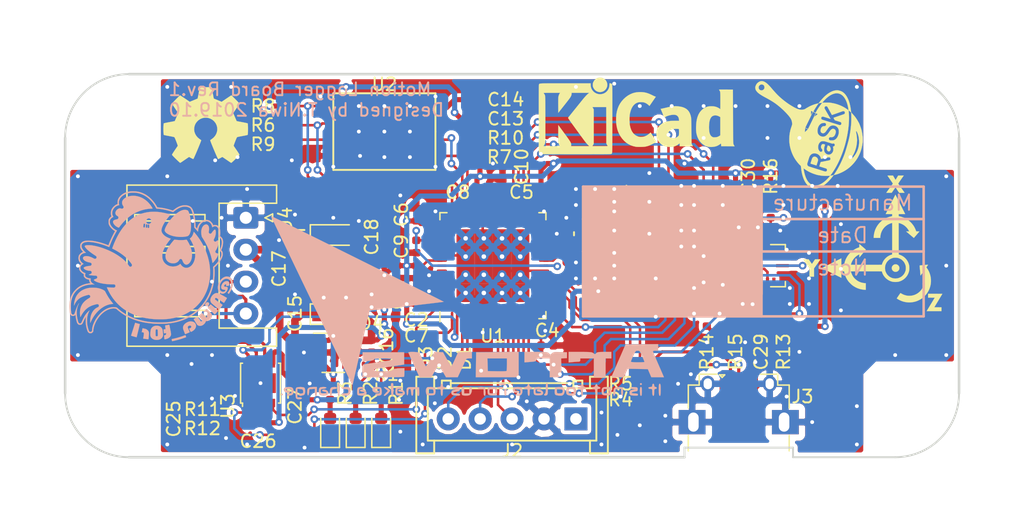
<source format=kicad_pcb>
(kicad_pcb (version 20171130) (host pcbnew "(5.0.2)-1")
  (layers (0 F.Cu signal) (31 B.Cu signal) (34 B.Paste user) (35 F.Paste user) (36 B.SilkS user) (37 F.SilkS user) (38 B.Mask user) (39 F.Mask user) (44 Edge.Cuts user))
  (net 0 "")
  (net 1 GND)
  (net 2 +3V3)
  (net 3 "Net-(C9-Pad2)")
  (net 4 "Net-(C10-Pad2)")
  (net 5 VCC)
  (net 6 +5V)
  (net 7 "Net-(D1-Pad2)")
  (net 8 "Net-(D2-Pad2)")
  (net 9 "Net-(D3-Pad2)")
  (net 10 "Net-(J2-Pad1)")
  (net 11 "Net-(J3-Pad1)")
  (net 12 "Net-(J3-Pad2)")
  (net 13 "Net-(J3-Pad3)")
  (net 14 "Net-(J3-Pad4)")
  (net 15 /CAN_L)
  (net 16 /CAN_H)
  (net 17 /CAN_TXD)
  (net 18 /CAN_STB)
  (net 19 "Net-(U1-Pad19)")
  (net 20 "Net-(U1-Pad20)")
  (net 21 "Net-(U1-Pad21)")
  (net 22 "Net-(U1-Pad29)")
  (net 23 "Net-(U1-Pad30)")
  (net 24 "Net-(U1-Pad31)")
  (net 25 "Net-(U1-Pad32)")
  (net 26 "Net-(U1-Pad33)")
  (net 27 "Net-(U1-Pad40)")
  (net 28 "Net-(U1-Pad41)")
  (net 29 "Net-(U1-Pad46)")
  (net 30 "Net-(U1-Pad47)")
  (net 31 "Net-(U1-Pad54)")
  (net 32 "Net-(U1-Pad55)")
  (net 33 "Net-(U1-Pad56)")
  (net 34 "Net-(U1-Pad60)")
  (net 35 "Net-(U1-Pad61)")
  (net 36 "Net-(U1-Pad62)")
  (net 37 "Net-(U1-Pad63)")
  (net 38 "Net-(U1-Pad64)")
  (net 39 "Net-(U1-Pad65)")
  (net 40 "Net-(U1-Pad66)")
  (net 41 /CAN_RXD)
  (net 42 "Net-(VR1-Pad4)")
  (net 43 "Net-(VR2-Pad4)")
  (net 44 "Net-(C25-Pad2)")
  (net 45 /MHz_XI)
  (net 46 /MHz_XO)
  (net 47 /XRES)
  (net 48 /SCLK)
  (net 49 /SWDIO)
  (net 50 /LED_2)
  (net 51 /LED_1)
  (net 52 /USB+)
  (net 53 /USB-)
  (net 54 /Flash_MISO)
  (net 55 /Flash_MOSI)
  (net 56 /Flash_CS)
  (net 57 "Net-(R9-Pad2)")
  (net 58 "Net-(R10-Pad2)")
  (net 59 /Flash_CLK)
  (net 60 "Net-(U1-Pad34)")
  (net 61 "Net-(U1-Pad53)")
  (net 62 /BMI_MOSI)
  (net 63 /BMI_MISO)
  (net 64 /BMI_ACCEL_CS)
  (net 65 /BMI_GYRO_CS)
  (net 66 /BMI_CLK)
  (net 67 /BMI_INT_1)
  (net 68 /BMI_INT_2)
  (net 69 /BMI_INT_3)
  (net 70 /BMI_INT_4)
  (module MountingHole:MountingHole_3.2mm_M3 (layer F.Cu) (at 120 80)
    (fp_text reference REF** hide)
    (fp_text value MountingHole_3.2mm_M3)
    (pad 1 np_thru_hole circle (at 0 0) (size 3.2 3.2) (drill 3.2) (layers *.Cu *.Mask))
  )
  (module MountingHole:MountingHole_3.2mm_M3 (layer F.Cu) (at 120 100)
    (fp_text reference REF** hide)
    (fp_text value MountingHole_3.2mm_M3)
    (pad 1 np_thru_hole circle (at 0 0) (size 3.2 3.2) (drill 3.2) (layers *.Cu *.Mask))
  )
  (module MountingHole:MountingHole_3.2mm_M3 (layer F.Cu) (at 180 100)
    (fp_text reference REF** hide)
    (fp_text value MountingHole_3.2mm_M3)
    (pad 1 np_thru_hole circle (at 0 0) (size 3.2 3.2) (drill 3.2) (layers *.Cu *.Mask))
  )
  (module Resistor_SMD:R_0402_1005Metric (layer F.Cu) (at 170.25 85.75 270)
    (fp_text reference R16 (at -2.75 0 270) (layer F.SilkS))
    (fp_text value 22k)
    (pad 1 smd roundrect (at -0.485 0 270) (size 0.59 0.64) (layers F.Cu F.Paste F.Mask) (net 2 +3V3))
    (pad 2 smd roundrect (at 0.485 0 270) (size 0.59 0.64) (layers F.Cu F.Paste F.Mask) (net 65 /BMI_GYRO_CS))
  )
  (module Capacitor_SMD:C_0402_1005Metric (layer F.Cu) (at 168.5 85.75 270)
    (fp_text reference C30 (at -2.75 0 270) (layer F.SilkS))
    (fp_text value 0.1u)
    (pad 2 smd roundrect (at 0.485 0 270) (size 0.59 0.64) (layers F.Cu F.Paste F.Mask) (net 2 +3V3))
    (pad 1 smd roundrect (at -0.485 0 270) (size 0.59 0.64) (layers F.Cu F.Paste F.Mask) (net 1 GND))
  )
  (module Resistor_SMD:R_0402_1005Metric (layer F.Cu) (at 147 80 180)
    (fp_text reference R10 (at -2.5 0 180) (layer F.SilkS))
    (fp_text value 22k)
    (pad 2 smd roundrect (at 0.485 0 180) (size 0.59 0.64) (layers F.Cu F.Paste F.Mask) (net 58 "Net-(R10-Pad2)"))
    (pad 1 smd roundrect (at -0.485 0 180) (size 0.59 0.64) (layers F.Cu F.Paste F.Mask) (net 2 +3V3))
  )
  (module Resistor_SMD:R_0402_1005Metric (layer F.Cu) (at 132.5 80.5)
    (fp_text reference R9 (at -2 0) (layer F.SilkS))
    (fp_text value 22k)
    (pad 1 smd roundrect (at -0.485 0) (size 0.59 0.64) (layers F.Cu F.Paste F.Mask) (net 2 +3V3))
    (pad 2 smd roundrect (at 0.485 0) (size 0.59 0.64) (layers F.Cu F.Paste F.Mask) (net 57 "Net-(R9-Pad2)"))
  )
  (module Resistor_SMD:R_0402_1005Metric (layer F.Cu) (at 132.5 77.5)
    (fp_text reference R8 (at -2 0) (layer F.SilkS))
    (fp_text value 22k)
    (pad 1 smd roundrect (at -0.485 0) (size 0.59 0.64) (layers F.Cu F.Paste F.Mask) (net 2 +3V3))
    (pad 2 smd roundrect (at 0.485 0) (size 0.59 0.64) (layers F.Cu F.Paste F.Mask) (net 56 /Flash_CS))
  )
  (module Resistor_SMD:R_0402_1005Metric (layer F.Cu) (at 132.5 79)
    (fp_text reference R6 (at -2 0) (layer F.SilkS))
    (fp_text value 22k)
    (pad 1 smd roundrect (at -0.485 0) (size 0.59 0.64) (layers F.Cu F.Paste F.Mask) (net 2 +3V3))
    (pad 2 smd roundrect (at 0.485 0) (size 0.59 0.64) (layers F.Cu F.Paste F.Mask) (net 54 /Flash_MISO))
  )
  (module Resistor_SMD:R_0402_1005Metric (layer F.Cu) (at 147 81.5 180)
    (fp_text reference R7 (at -2 0 180) (layer F.SilkS))
    (fp_text value 22k)
    (pad 2 smd roundrect (at 0.485 0 180) (size 0.59 0.64) (layers F.Cu F.Paste F.Mask) (net 55 /Flash_MOSI))
    (pad 1 smd roundrect (at -0.485 0 180) (size 0.59 0.64) (layers F.Cu F.Paste F.Mask) (net 2 +3V3))
  )
  (module Resistor_SMD:R_0402_1005Metric (layer F.Cu) (at 160.5 100.5 180)
    (fp_text reference R4 (at 2 0 180) (layer F.SilkS))
    (fp_text value 22)
    (pad 2 smd roundrect (at 0.485 0 180) (size 0.59 0.64) (layers F.Cu F.Paste F.Mask) (net 52 /USB+))
    (pad 1 smd roundrect (at -0.485 0 180) (size 0.59 0.64) (layers F.Cu F.Paste F.Mask) (net 13 "Net-(J3-Pad3)"))
  )
  (module Capacitor_SMD:C_0402_1005Metric (layer F.Cu) (at 141 90.485 270)
    (fp_text reference C1 (at 2.015 0 270) (layer F.SilkS))
    (fp_text value 1u)
    (pad 2 smd roundrect (at 0.485 0 270) (size 0.59 0.64) (layers F.Cu F.Paste F.Mask) (net 1 GND))
    (pad 1 smd roundrect (at -0.485 0 270) (size 0.59 0.64) (layers F.Cu F.Paste F.Mask) (net 2 +3V3))
  )
  (module Capacitor_SMD:C_0402_1005Metric (layer F.Cu) (at 142.5 90.5 270)
    (fp_text reference C2 (at 3.75 0 180) (layer F.SilkS))
    (fp_text value 0.1u)
    (pad 1 smd roundrect (at -0.485 0 270) (size 0.59 0.64) (layers F.Cu F.Paste F.Mask) (net 2 +3V3))
    (pad 2 smd roundrect (at 0.485 0 270) (size 0.59 0.64) (layers F.Cu F.Paste F.Mask) (net 1 GND))
  )
  (module Capacitor_SMD:C_0402_1005Metric (layer F.Cu) (at 155.75 92.5 270)
    (fp_text reference C3 (at 0 -1.17 270) (layer F.SilkS))
    (fp_text value 0.1u)
    (pad 2 smd roundrect (at 0.485 0 270) (size 0.59 0.64) (layers F.Cu F.Paste F.Mask) (net 1 GND))
    (pad 1 smd roundrect (at -0.485 0 270) (size 0.59 0.64) (layers F.Cu F.Paste F.Mask) (net 2 +3V3))
  )
  (module Capacitor_SMD:C_0402_1005Metric (layer F.Cu) (at 152.75 96.25)
    (fp_text reference C4 (at 0 -1.17) (layer F.SilkS))
    (fp_text value 0.1u)
    (pad 1 smd roundrect (at -0.485 0) (size 0.59 0.64) (layers F.Cu F.Paste F.Mask) (net 2 +3V3))
    (pad 2 smd roundrect (at 0.485 0) (size 0.59 0.64) (layers F.Cu F.Paste F.Mask) (net 1 GND))
  )
  (module Capacitor_SMD:C_0402_1005Metric (layer F.Cu) (at 152.75 84.25)
    (fp_text reference C5 (at -2.015 0) (layer F.SilkS))
    (fp_text value 0.1u)
    (pad 2 smd roundrect (at 0.485 0) (size 0.59 0.64) (layers F.Cu F.Paste F.Mask) (net 1 GND))
    (pad 1 smd roundrect (at -0.485 0) (size 0.59 0.64) (layers F.Cu F.Paste F.Mask) (net 2 +3V3))
  )
  (module Capacitor_SMD:C_0402_1005Metric (layer F.Cu) (at 142.5 86 90)
    (fp_text reference C6 (at 0 -1.17 90) (layer F.SilkS))
    (fp_text value 0.1u)
    (pad 2 smd roundrect (at 0.485 0 90) (size 0.59 0.64) (layers F.Cu F.Paste F.Mask) (net 1 GND))
    (pad 1 smd roundrect (at -0.485 0 90) (size 0.59 0.64) (layers F.Cu F.Paste F.Mask) (net 2 +3V3))
  )
  (module Capacitor_SMD:C_0402_1005Metric (layer F.Cu) (at 142.5 92.5 90)
    (fp_text reference C7 (at -3 0 180) (layer F.SilkS))
    (fp_text value 0.1u)
    (pad 2 smd roundrect (at 0.485 0 90) (size 0.59 0.64) (layers F.Cu F.Paste F.Mask) (net 1 GND))
    (pad 1 smd roundrect (at -0.485 0 90) (size 0.59 0.64) (layers F.Cu F.Paste F.Mask) (net 2 +3V3))
  )
  (module Capacitor_SMD:C_0402_1005Metric (layer F.Cu) (at 147.735 84.25)
    (fp_text reference C8 (at -1.985 0) (layer F.SilkS))
    (fp_text value 0.1u)
    (pad 1 smd roundrect (at -0.485 0) (size 0.59 0.64) (layers F.Cu F.Paste F.Mask) (net 2 +3V3))
    (pad 2 smd roundrect (at 0.485 0) (size 0.59 0.64) (layers F.Cu F.Paste F.Mask) (net 1 GND))
  )
  (module Capacitor_SMD:C_0402_1005Metric (layer F.Cu) (at 142.5 88.5 90)
    (fp_text reference C9 (at 0 -1.17 90) (layer F.SilkS))
    (fp_text value 1u)
    (pad 2 smd roundrect (at 0.485 0 90) (size 0.59 0.64) (layers F.Cu F.Paste F.Mask) (net 3 "Net-(C9-Pad2)"))
    (pad 1 smd roundrect (at -0.485 0 90) (size 0.59 0.64) (layers F.Cu F.Paste F.Mask) (net 1 GND))
  )
  (module Capacitor_SMD:C_0402_1005Metric (layer F.Cu) (at 149.25 83.75 270)
    (fp_text reference C10 (at -1.5 -1.5 90) (layer F.SilkS))
    (fp_text value 1u)
    (pad 2 smd roundrect (at 0.485 0 270) (size 0.59 0.64) (layers F.Cu F.Paste F.Mask) (net 4 "Net-(C10-Pad2)"))
    (pad 1 smd roundrect (at -0.485 0 270) (size 0.59 0.64) (layers F.Cu F.Paste F.Mask) (net 1 GND))
  )
  (module Capacitor_SMD:C_0402_1005Metric (layer F.Cu) (at 156.485 85 180)
    (fp_text reference C11 (at -2.015 0 270) (layer F.SilkS))
    (fp_text value 9p)
    (pad 1 smd roundrect (at -0.485 0 180) (size 0.59 0.64) (layers F.Cu F.Paste F.Mask) (net 1 GND))
    (pad 2 smd roundrect (at 0.485 0 180) (size 0.59 0.64) (layers F.Cu F.Paste F.Mask) (net 45 /MHz_XI))
  )
  (module Capacitor_SMD:C_0402_1005Metric (layer F.Cu) (at 156.485 90 180)
    (fp_text reference C12 (at -2.015 0 270) (layer F.SilkS))
    (fp_text value 9p)
    (pad 2 smd roundrect (at 0.485 0 180) (size 0.59 0.64) (layers F.Cu F.Paste F.Mask) (net 46 /MHz_XO))
    (pad 1 smd roundrect (at -0.485 0 180) (size 0.59 0.64) (layers F.Cu F.Paste F.Mask) (net 1 GND))
  )
  (module Capacitor_SMD:C_0402_1005Metric (layer F.Cu) (at 147 78.5)
    (fp_text reference C13 (at 2.5 0) (layer F.SilkS))
    (fp_text value 1u)
    (pad 1 smd roundrect (at -0.485 0) (size 0.59 0.64) (layers F.Cu F.Paste F.Mask) (net 2 +3V3))
    (pad 2 smd roundrect (at 0.485 0) (size 0.59 0.64) (layers F.Cu F.Paste F.Mask) (net 1 GND))
  )
  (module Capacitor_SMD:C_0402_1005Metric (layer F.Cu) (at 147 77)
    (fp_text reference C14 (at 2.5 0) (layer F.SilkS))
    (fp_text value 0.1u)
    (pad 1 smd roundrect (at -0.485 0) (size 0.59 0.64) (layers F.Cu F.Paste F.Mask) (net 2 +3V3))
    (pad 2 smd roundrect (at 0.485 0) (size 0.59 0.64) (layers F.Cu F.Paste F.Mask) (net 1 GND))
  )
  (module Capacitor_SMD:C_0402_1005Metric (layer F.Cu) (at 133 96.315 270)
    (fp_text reference C15 (at -2.565 0 270) (layer F.SilkS))
    (fp_text value 1u)
    (pad 2 smd roundrect (at 0.485 0 270) (size 0.59 0.64) (layers F.Cu F.Paste F.Mask) (net 1 GND))
    (pad 1 smd roundrect (at -0.485 0 270) (size 0.59 0.64) (layers F.Cu F.Paste F.Mask) (net 5 VCC))
  )
  (module Capacitor_SMD:C_0402_1005Metric (layer F.Cu) (at 139 96.3 270)
    (fp_text reference C16 (at 0 -1.17 270) (layer F.SilkS))
    (fp_text value 1u)
    (pad 1 smd roundrect (at -0.485 0 270) (size 0.59 0.64) (layers F.Cu F.Paste F.Mask) (net 6 +5V))
    (pad 2 smd roundrect (at 0.485 0 270) (size 0.59 0.64) (layers F.Cu F.Paste F.Mask) (net 1 GND))
  )
  (module Capacitor_SMD:C_0402_1005Metric (layer F.Cu) (at 133 90.1 270)
    (fp_text reference C17 (at 0.15 1.25 270) (layer F.SilkS))
    (fp_text value 1u)
    (pad 2 smd roundrect (at 0.485 0 270) (size 0.59 0.64) (layers F.Cu F.Paste F.Mask) (net 1 GND))
    (pad 1 smd roundrect (at -0.485 0 270) (size 0.59 0.64) (layers F.Cu F.Paste F.Mask) (net 5 VCC))
  )
  (module Capacitor_SMD:C_0402_1005Metric (layer F.Cu) (at 139 90.1 270)
    (fp_text reference C18 (at -2.35 0 270) (layer F.SilkS))
    (fp_text value 1u)
    (pad 2 smd roundrect (at 0.485 0 270) (size 0.59 0.64) (layers F.Cu F.Paste F.Mask) (net 1 GND))
    (pad 1 smd roundrect (at -0.485 0 270) (size 0.59 0.64) (layers F.Cu F.Paste F.Mask) (net 2 +3V3))
  )
  (module Capacitor_SMD:C_0402_1005Metric (layer F.Cu) (at 130.115 102.3)
    (fp_text reference C26 (at 0 1.45) (layer F.SilkS))
    (fp_text value 0.1u)
    (pad 2 smd roundrect (at 0.485 0) (size 0.59 0.64) (layers F.Cu F.Paste F.Mask) (net 6 +5V))
    (pad 1 smd roundrect (at -0.485 0) (size 0.59 0.64) (layers F.Cu F.Paste F.Mask) (net 1 GND))
  )
  (module Capacitor_SMD:C_0402_1005Metric (layer F.Cu) (at 133 98.4 270)
    (fp_text reference C27 (at 2.6 0 270) (layer F.SilkS))
    (fp_text value 0.1u)
    (pad 1 smd roundrect (at -0.485 0 270) (size 0.59 0.64) (layers F.Cu F.Paste F.Mask) (net 1 GND))
    (pad 2 smd roundrect (at 0.485 0 270) (size 0.59 0.64) (layers F.Cu F.Paste F.Mask) (net 2 +3V3))
  )
  (module LED_SMD:LED_0603_1608Metric (layer F.Cu) (at 139.75 102.75 90)
    (fp_text reference D1 (at 5.5 6.5 90) (layer F.SilkS))
    (fp_text value Yellow)
    (pad 1 smd roundrect (at -0.7875 0 90) (size 0.875 0.95) (layers F.Cu F.Paste F.Mask) (net 1 GND))
    (pad 2 smd roundrect (at 0.7875 0 90) (size 0.875 0.95) (layers F.Cu F.Paste F.Mask) (net 7 "Net-(D1-Pad2)"))
  )
  (module LED_SMD:LED_0603_1608Metric (layer F.Cu) (at 137.75 102.75 90)
    (fp_text reference D2 (at 5.5 7 90) (layer F.SilkS))
    (fp_text value Blue)
    (pad 1 smd roundrect (at -0.7875 0 90) (size 0.875 0.95) (layers F.Cu F.Paste F.Mask) (net 1 GND))
    (pad 2 smd roundrect (at 0.7875 0 90) (size 0.875 0.95) (layers F.Cu F.Paste F.Mask) (net 8 "Net-(D2-Pad2)"))
  )
  (module LED_SMD:LED_0603_1608Metric (layer F.Cu) (at 135.75 102.75 90)
    (fp_text reference D3 (at 5.5 7.5 90) (layer F.SilkS))
    (fp_text value Red)
    (pad 2 smd roundrect (at 0.7875 0 90) (size 0.875 0.95) (layers F.Cu F.Paste F.Mask) (net 9 "Net-(D3-Pad2)"))
    (pad 1 smd roundrect (at -0.7875 0 90) (size 0.875 0.95) (layers F.Cu F.Paste F.Mask) (net 1 GND))
  )
  (module Diode_SMD:D_TUMD2 (layer F.Cu) (at 136 93.8)
    (fp_text reference D4 (at 3 0.7) (layer F.SilkS))
    (fp_text value RSX101VA)
    (pad 1 smd rect (at -0.65 0 180) (size 2 1.1) (layers F.Cu F.Paste F.Mask) (net 5 VCC))
    (pad 2 smd rect (at 1.25 0 180) (size 0.8 1.1) (layers F.Cu F.Paste F.Mask) (net 6 +5V))
  )
  (module Diode_SMD:D_TUMD2 (layer F.Cu) (at 136 87.6)
    (fp_text reference D5 (at -3 0.15) (layer F.SilkS))
    (fp_text value RSX101VA)
    (pad 2 smd rect (at 1.25 0 180) (size 0.8 1.1) (layers F.Cu F.Paste F.Mask) (net 2 +3V3))
    (pad 1 smd rect (at -0.65 0 180) (size 2 1.1) (layers F.Cu F.Paste F.Mask) (net 5 VCC))
  )
  (module KUTKiCad_footprint:JST_JQ_05JQ-BT_1x05_P2.5mm_Vertical (layer F.Cu) (at 155 102)
    (fp_text reference J2 (at -5 2.5) (layer F.SilkS))
    (fp_text value KRC_Conn_SWD)
    (pad 1 thru_hole rect (at 0 0) (size 1.8 1.8) (drill 0.9) (layers *.Cu *.Mask) (net 10 "Net-(J2-Pad1)"))
    (pad 2 thru_hole circle (at -2.5 0) (size 1.8 1.8) (drill 0.9) (layers *.Cu *.Mask) (net 1 GND))
    (pad 3 thru_hole circle (at -5 0) (size 1.8 1.8) (drill 0.9) (layers *.Cu *.Mask) (net 47 /XRES))
    (pad 4 thru_hole circle (at -7.5 0) (size 1.8 1.8) (drill 0.9) (layers *.Cu *.Mask) (net 48 /SCLK))
    (pad 5 thru_hole circle (at -10 0) (size 1.8 1.8) (drill 0.9) (layers *.Cu *.Mask) (net 49 /SWDIO))
  )
  (module KUTKiCad_footprint:Hirose_ZX_ZX62D-B-5P8 (layer F.Cu) (at 167.75 102.25)
    (fp_text reference J3 (at 5 -2) (layer F.SilkS))
    (fp_text value USB_B_Micro)
    (pad 1 smd rect (at -1.3 -2.675) (size 0.4 1.35) (layers F.Cu F.Paste F.Mask) (net 11 "Net-(J3-Pad1)"))
    (pad 2 smd rect (at -0.65 -2.675) (size 0.4 1.35) (layers F.Cu F.Paste F.Mask) (net 12 "Net-(J3-Pad2)"))
    (pad 3 smd rect (at 0 -2.675) (size 0.4 1.35) (layers F.Cu F.Paste F.Mask) (net 13 "Net-(J3-Pad3)"))
    (pad 4 smd rect (at 0.65 -2.675) (size 0.4 1.35) (layers F.Cu F.Paste F.Mask) (net 14 "Net-(J3-Pad4)"))
    (pad 5 smd rect (at 1.3 -2.675) (size 0.4 1.35) (layers F.Cu F.Paste F.Mask) (net 1 GND))
    (pad 5 thru_hole oval (at -2.425 -3) (size 1.05 1.25) (drill oval 0.65 0.85) (layers *.Cu *.Mask) (net 1 GND))
    (pad 5 thru_hole oval (at 2.425 -3) (size 1.05 1.25) (drill oval 0.65 0.85) (layers *.Cu *.Mask) (net 1 GND))
    (pad 5 thru_hole rect (at -3.55 0) (size 2.1 1.9) (drill oval 0.825 1.5 (offset -0.1 0)) (layers *.Cu *.Mask) (net 1 GND))
    (pad 5 thru_hole rect (at 3.55 0) (size 2.1 1.9) (drill oval 0.825 1.5 (offset 0.1 0)) (layers *.Cu *.Mask) (net 1 GND))
    (pad 5 smd rect (at -1.15 0) (size 1.8 1.9) (layers F.Cu F.Paste F.Mask) (net 1 GND))
    (pad 5 smd rect (at 1.15 0) (size 1.8 1.9) (layers F.Cu F.Paste F.Mask) (net 1 GND))
  )
  (module Connector_JST:JST_XH_S4B-XH-A_1x04_P2.50mm_Horizontal (layer F.Cu) (at 129.15 86.25 270)
    (fp_text reference J4 (at 0 -3.1 270) (layer F.SilkS))
    (fp_text value KRC_Conn_CAN)
    (pad 1 thru_hole roundrect (at 0 0 270) (size 1.7 1.95) (drill 0.95) (layers *.Cu *.Mask) (roundrect_rratio 0.147059) (net 1 GND))
    (pad 2 thru_hole oval (at 2.5 0 270) (size 1.7 1.95) (drill 0.95) (layers *.Cu *.Mask) (net 5 VCC))
    (pad 3 thru_hole oval (at 5 0 270) (size 1.7 1.95) (drill 0.95) (layers *.Cu *.Mask) (net 16 /CAN_H))
    (pad 4 thru_hole oval (at 7.5 0 270) (size 1.7 1.95) (drill 0.95) (layers *.Cu *.Mask) (net 15 /CAN_L))
  )
  (module Resistor_SMD:R_0402_1005Metric (layer F.Cu) (at 139.75 100 270)
    (fp_text reference R1 (at 0 -1.17 270) (layer F.SilkS))
    (fp_text value 1k)
    (pad 2 smd roundrect (at 0.485 0 270) (size 0.59 0.64) (layers F.Cu F.Paste F.Mask) (net 7 "Net-(D1-Pad2)"))
    (pad 1 smd roundrect (at -0.485 0 270) (size 0.59 0.64) (layers F.Cu F.Paste F.Mask) (net 50 /LED_2))
  )
  (module Resistor_SMD:R_0402_1005Metric (layer F.Cu) (at 137.75 100 270)
    (fp_text reference R2 (at 0 -1.17 270) (layer F.SilkS))
    (fp_text value 1k)
    (pad 1 smd roundrect (at -0.485 0 270) (size 0.59 0.64) (layers F.Cu F.Paste F.Mask) (net 51 /LED_1))
    (pad 2 smd roundrect (at 0.485 0 270) (size 0.59 0.64) (layers F.Cu F.Paste F.Mask) (net 8 "Net-(D2-Pad2)"))
  )
  (module Resistor_SMD:R_0402_1005Metric (layer F.Cu) (at 135.75 100 270)
    (fp_text reference R3 (at 0 -1.17 270) (layer F.SilkS))
    (fp_text value 1k)
    (pad 2 smd roundrect (at 0.485 0 270) (size 0.59 0.64) (layers F.Cu F.Paste F.Mask) (net 9 "Net-(D3-Pad2)"))
    (pad 1 smd roundrect (at -0.485 0 270) (size 0.59 0.64) (layers F.Cu F.Paste F.Mask) (net 5 VCC))
  )
  (module Resistor_SMD:R_0402_1005Metric (layer F.Cu) (at 160.5 99.25 180)
    (fp_text reference R5 (at 2 0 180) (layer F.SilkS))
    (fp_text value 22)
    (pad 2 smd roundrect (at 0.485 0 180) (size 0.59 0.64) (layers F.Cu F.Paste F.Mask) (net 53 /USB-))
    (pad 1 smd roundrect (at -0.485 0 180) (size 0.59 0.64) (layers F.Cu F.Paste F.Mask) (net 12 "Net-(J3-Pad2)"))
  )
  (module Resistor_SMD:R_0402_1005Metric (layer F.Cu) (at 127.015 99.25)
    (fp_text reference R11 (at -1.265 2) (layer F.SilkS))
    (fp_text value 56)
    (pad 1 smd roundrect (at -0.485 0) (size 0.59 0.64) (layers F.Cu F.Paste F.Mask) (net 44 "Net-(C25-Pad2)"))
    (pad 2 smd roundrect (at 0.485 0) (size 0.59 0.64) (layers F.Cu F.Paste F.Mask) (net 16 /CAN_H))
  )
  (module Resistor_SMD:R_0402_1005Metric (layer F.Cu) (at 127.015 98 180)
    (fp_text reference R12 (at 1.265 -4.75 180) (layer F.SilkS))
    (fp_text value 56)
    (pad 1 smd roundrect (at -0.485 0 180) (size 0.59 0.64) (layers F.Cu F.Paste F.Mask) (net 15 /CAN_L))
    (pad 2 smd roundrect (at 0.485 0 180) (size 0.59 0.64) (layers F.Cu F.Paste F.Mask) (net 44 "Net-(C25-Pad2)"))
  )
  (module KUTKiCad_footprint:Cypress_QFN-68_EP_8x8_Pitch0.4mm (layer F.Cu) (at 148.5 90 90)
    (fp_text reference U1 (at -5.5 0) (layer F.SilkS))
    (fp_text value CY8C58xxLTI-LPxxx)
    (pad 1 smd oval (at -4 -3.2 180) (size 0.2 0.8) (layers F.Cu F.Paste F.Mask) (net 17 /CAN_TXD))
    (pad 2 smd oval (at -4 -2.8 180) (size 0.2 0.8) (layers F.Cu F.Paste F.Mask) (net 18 /CAN_STB))
    (pad 3 smd oval (at -4 -2.4 180) (size 0.2 0.8) (layers F.Cu F.Paste F.Mask) (net 51 /LED_1))
    (pad 4 smd oval (at -4 -2 180) (size 0.2 0.8) (layers F.Cu F.Paste F.Mask) (net 50 /LED_2))
    (pad 5 smd oval (at -4 -1.6 180) (size 0.2 0.8) (layers F.Cu F.Paste F.Mask) (net 1 GND))
    (pad 6 smd oval (at -4 -1.2 180) (size 0.2 0.8) (layers F.Cu F.Paste F.Mask) (net 1 GND))
    (pad 7 smd oval (at -4 -0.8 180) (size 0.2 0.8) (layers F.Cu F.Paste F.Mask) (net 1 GND))
    (pad 8 smd oval (at -4 -0.4 180) (size 0.2 0.8) (layers F.Cu F.Paste F.Mask) (net 1 GND))
    (pad 9 smd oval (at -4 0 180) (size 0.2 0.8) (layers F.Cu F.Paste F.Mask) (net 1 GND))
    (pad 10 smd oval (at -4 0.4 180) (size 0.2 0.8) (layers F.Cu F.Paste F.Mask) (net 47 /XRES))
    (pad 11 smd oval (at -4 0.8 180) (size 0.2 0.8) (layers F.Cu F.Paste F.Mask) (net 49 /SWDIO))
    (pad 12 smd oval (at -4 1.2 180) (size 0.2 0.8) (layers F.Cu F.Paste F.Mask) (net 48 /SCLK))
    (pad 13 smd oval (at -4 1.6 180) (size 0.2 0.8) (layers F.Cu F.Paste F.Mask) (net 64 /BMI_ACCEL_CS))
    (pad 14 smd oval (at -4 2 180) (size 0.2 0.8) (layers F.Cu F.Paste F.Mask) (net 63 /BMI_MISO))
    (pad 15 smd oval (at -4 2.4 180) (size 0.2 0.8) (layers F.Cu F.Paste F.Mask) (net 62 /BMI_MOSI))
    (pad 16 smd oval (at -4 2.8 180) (size 0.2 0.8) (layers F.Cu F.Paste F.Mask) (net 66 /BMI_CLK))
    (pad 17 smd oval (at -4 3.2 180) (size 0.2 0.8) (layers F.Cu F.Paste F.Mask) (net 2 +3V3))
    (pad 18 smd oval (at -3.2 4 90) (size 0.2 0.8) (layers F.Cu F.Paste F.Mask) (net 65 /BMI_GYRO_CS))
    (pad 19 smd oval (at -2.8 4 90) (size 0.2 0.8) (layers F.Cu F.Paste F.Mask) (net 19 "Net-(U1-Pad19)"))
    (pad 20 smd oval (at -2.4 4 90) (size 0.2 0.8) (layers F.Cu F.Paste F.Mask) (net 20 "Net-(U1-Pad20)"))
    (pad 21 smd oval (at -2 4 90) (size 0.2 0.8) (layers F.Cu F.Paste F.Mask) (net 21 "Net-(U1-Pad21)"))
    (pad 22 smd oval (at -1.6 4 90) (size 0.2 0.8) (layers F.Cu F.Paste F.Mask) (net 52 /USB+))
    (pad 23 smd oval (at -1.2 4 90) (size 0.2 0.8) (layers F.Cu F.Paste F.Mask) (net 53 /USB-))
    (pad 24 smd oval (at -0.8 4 90) (size 0.2 0.8) (layers F.Cu F.Paste F.Mask) (net 2 +3V3))
    (pad 25 smd oval (at -0.4 4 90) (size 0.2 0.8) (layers F.Cu F.Paste F.Mask) (net 1 GND))
    (pad 26 smd oval (at 0 4 90) (size 0.2 0.8) (layers F.Cu F.Paste F.Mask) (net 3 "Net-(C9-Pad2)"))
    (pad 27 smd oval (at 0.4 4 90) (size 0.2 0.8) (layers F.Cu F.Paste F.Mask) (net 46 /MHz_XO))
    (pad 28 smd oval (at 0.8 4 90) (size 0.2 0.8) (layers F.Cu F.Paste F.Mask) (net 45 /MHz_XI))
    (pad 29 smd oval (at 1.2 4 90) (size 0.2 0.8) (layers F.Cu F.Paste F.Mask) (net 22 "Net-(U1-Pad29)"))
    (pad 30 smd oval (at 1.6 4 90) (size 0.2 0.8) (layers F.Cu F.Paste F.Mask) (net 23 "Net-(U1-Pad30)"))
    (pad 31 smd oval (at 2 4 90) (size 0.2 0.8) (layers F.Cu F.Paste F.Mask) (net 24 "Net-(U1-Pad31)"))
    (pad 32 smd oval (at 2.4 4 90) (size 0.2 0.8) (layers F.Cu F.Paste F.Mask) (net 25 "Net-(U1-Pad32)"))
    (pad 33 smd oval (at 2.8 4 90) (size 0.2 0.8) (layers F.Cu F.Paste F.Mask) (net 26 "Net-(U1-Pad33)"))
    (pad 34 smd oval (at 3.2 4 90) (size 0.2 0.8) (layers F.Cu F.Paste F.Mask) (net 60 "Net-(U1-Pad34)"))
    (pad 35 smd oval (at 4 3.2 180) (size 0.2 0.8) (layers F.Cu F.Paste F.Mask) (net 2 +3V3))
    (pad 36 smd oval (at 4 2.8 180) (size 0.2 0.8) (layers F.Cu F.Paste F.Mask) (net 67 /BMI_INT_1))
    (pad 37 smd oval (at 4 2.4 180) (size 0.2 0.8) (layers F.Cu F.Paste F.Mask) (net 68 /BMI_INT_2))
    (pad 38 smd oval (at 4 2 180) (size 0.2 0.8) (layers F.Cu F.Paste F.Mask) (net 69 /BMI_INT_3))
    (pad 39 smd oval (at 4 1.6 180) (size 0.2 0.8) (layers F.Cu F.Paste F.Mask) (net 70 /BMI_INT_4))
    (pad 40 smd oval (at 4 1.2 180) (size 0.2 0.8) (layers F.Cu F.Paste F.Mask) (net 27 "Net-(U1-Pad40)"))
    (pad 41 smd oval (at 4 0.8 180) (size 0.2 0.8) (layers F.Cu F.Paste F.Mask) (net 28 "Net-(U1-Pad41)"))
    (pad 42 smd oval (at 4 0.4 180) (size 0.2 0.8) (layers F.Cu F.Paste F.Mask) (net 4 "Net-(C10-Pad2)"))
    (pad 43 smd oval (at 4 0 180) (size 0.2 0.8) (layers F.Cu F.Paste F.Mask) (net 1 GND))
    (pad 44 smd oval (at 4 -0.4 180) (size 0.2 0.8) (layers F.Cu F.Paste F.Mask) (net 2 +3V3))
    (pad 45 smd oval (at 4 -0.8 180) (size 0.2 0.8) (layers F.Cu F.Paste F.Mask) (net 1 GND))
    (pad 46 smd oval (at 4 -1.2 180) (size 0.2 0.8) (layers F.Cu F.Paste F.Mask) (net 29 "Net-(U1-Pad46)"))
    (pad 47 smd oval (at 4 -1.6 180) (size 0.2 0.8) (layers F.Cu F.Paste F.Mask) (net 30 "Net-(U1-Pad47)"))
    (pad 48 smd oval (at 4 -2 180) (size 0.2 0.8) (layers F.Cu F.Paste F.Mask) (net 55 /Flash_MOSI))
    (pad 49 smd oval (at 4 -2.4 180) (size 0.2 0.8) (layers F.Cu F.Paste F.Mask) (net 59 /Flash_CLK))
    (pad 50 smd oval (at 4 -2.8 180) (size 0.2 0.8) (layers F.Cu F.Paste F.Mask) (net 54 /Flash_MISO))
    (pad 51 smd oval (at 4 -3.2 180) (size 0.2 0.8) (layers F.Cu F.Paste F.Mask) (net 56 /Flash_CS))
    (pad 52 smd oval (at 3.2 -4 90) (size 0.2 0.8) (layers F.Cu F.Paste F.Mask) (net 2 +3V3))
    (pad 53 smd oval (at 2.8 -4 90) (size 0.2 0.8) (layers F.Cu F.Paste F.Mask) (net 61 "Net-(U1-Pad53)"))
    (pad 54 smd oval (at 2.4 -4 90) (size 0.2 0.8) (layers F.Cu F.Paste F.Mask) (net 31 "Net-(U1-Pad54)"))
    (pad 55 smd oval (at 2 -4 90) (size 0.2 0.8) (layers F.Cu F.Paste F.Mask) (net 32 "Net-(U1-Pad55)"))
    (pad 56 smd oval (at 1.6 -4 90) (size 0.2 0.8) (layers F.Cu F.Paste F.Mask) (net 33 "Net-(U1-Pad56)"))
    (pad 57 smd oval (at 1.2 -4 90) (size 0.2 0.8) (layers F.Cu F.Paste F.Mask) (net 3 "Net-(C9-Pad2)"))
    (pad 58 smd oval (at 0.8 -4 90) (size 0.2 0.8) (layers F.Cu F.Paste F.Mask) (net 1 GND))
    (pad 59 smd oval (at 0.4 -4 90) (size 0.2 0.8) (layers F.Cu F.Paste F.Mask) (net 2 +3V3))
    (pad 60 smd oval (at 0 -4 90) (size 0.2 0.8) (layers F.Cu F.Paste F.Mask) (net 34 "Net-(U1-Pad60)"))
    (pad 61 smd oval (at -0.4 -4 90) (size 0.2 0.8) (layers F.Cu F.Paste F.Mask) (net 35 "Net-(U1-Pad61)"))
    (pad 62 smd oval (at -0.8 -4 90) (size 0.2 0.8) (layers F.Cu F.Paste F.Mask) (net 36 "Net-(U1-Pad62)"))
    (pad 63 smd oval (at -1.2 -4 90) (size 0.2 0.8) (layers F.Cu F.Paste F.Mask) (net 37 "Net-(U1-Pad63)"))
    (pad 64 smd oval (at -1.6 -4 90) (size 0.2 0.8) (layers F.Cu F.Paste F.Mask) (net 38 "Net-(U1-Pad64)"))
    (pad 65 smd oval (at -2 -4 90) (size 0.2 0.8) (layers F.Cu F.Paste F.Mask) (net 39 "Net-(U1-Pad65)"))
    (pad 66 smd oval (at -2.4 -4 90) (size 0.2 0.8) (layers F.Cu F.Paste F.Mask) (net 40 "Net-(U1-Pad66)"))
    (pad 67 smd oval (at -2.8 -4 90) (size 0.2 0.8) (layers F.Cu F.Paste F.Mask) (net 2 +3V3))
    (pad 68 smd oval (at -3.2 -4 90) (size 0.2 0.8) (layers F.Cu F.Paste F.Mask) (net 41 /CAN_RXD))
    (pad 69 smd rect (at -2.1375 -2.1375 90) (size 1.425 1.425) (layers F.Cu F.Paste F.Mask) (net 1 GND))
    (pad 69 smd rect (at -2.1375 -0.7125 90) (size 1.425 1.425) (layers F.Cu F.Paste F.Mask) (net 1 GND))
    (pad 69 smd rect (at -2.1375 0.7125 90) (size 1.425 1.425) (layers F.Cu F.Paste F.Mask) (net 1 GND))
    (pad 69 smd rect (at -2.1375 2.1375 90) (size 1.425 1.425) (layers F.Cu F.Paste F.Mask) (net 1 GND))
    (pad 69 smd rect (at -0.7125 -2.1375 90) (size 1.425 1.425) (layers F.Cu F.Paste F.Mask) (net 1 GND))
    (pad 69 smd rect (at -0.7125 -0.7125 90) (size 1.425 1.425) (layers F.Cu F.Paste F.Mask) (net 1 GND))
    (pad 69 smd rect (at -0.7125 0.7125 90) (size 1.425 1.425) (layers F.Cu F.Paste F.Mask) (net 1 GND))
    (pad 69 smd rect (at -0.7125 2.1375 90) (size 1.425 1.425) (layers F.Cu F.Paste F.Mask) (net 1 GND))
    (pad 69 smd rect (at 0.7125 -2.1375 90) (size 1.425 1.425) (layers F.Cu F.Paste F.Mask) (net 1 GND))
    (pad 69 smd rect (at 0.7125 -0.7125 90) (size 1.425 1.425) (layers F.Cu F.Paste F.Mask) (net 1 GND))
    (pad 69 smd rect (at 0.7125 0.7125 90) (size 1.425 1.425) (layers F.Cu F.Paste F.Mask) (net 1 GND))
    (pad 69 smd rect (at 0.7125 2.1375 90) (size 1.425 1.425) (layers F.Cu F.Paste F.Mask) (net 1 GND))
    (pad 69 smd rect (at 2.1375 -2.1375 90) (size 1.425 1.425) (layers F.Cu F.Paste F.Mask) (net 1 GND))
    (pad 69 smd rect (at 2.1375 -0.7125 90) (size 1.425 1.425) (layers F.Cu F.Paste F.Mask) (net 1 GND))
    (pad 69 smd rect (at 2.1375 0.7125 90) (size 1.425 1.425) (layers F.Cu F.Paste F.Mask) (net 1 GND))
    (pad 69 smd rect (at 2.1375 2.1375 90) (size 1.425 1.425) (layers F.Cu F.Paste F.Mask) (net 1 GND))
    (pad 69 thru_hole circle (at -2.1375 -2.1375 90) (size 0.7125 0.7125) (drill 0.35625) (layers *.Cu *.Mask) (net 1 GND))
    (pad 69 thru_hole circle (at -2.1375 -0.7125 90) (size 0.7125 0.7125) (drill 0.35625) (layers *.Cu *.Mask) (net 1 GND))
    (pad 69 thru_hole circle (at -2.1375 0.7125 90) (size 0.7125 0.7125) (drill 0.35625) (layers *.Cu *.Mask) (net 1 GND))
    (pad 69 thru_hole circle (at -2.1375 2.1375 90) (size 0.7125 0.7125) (drill 0.35625) (layers *.Cu *.Mask) (net 1 GND))
    (pad 69 thru_hole circle (at -0.7125 -2.1375 90) (size 0.7125 0.7125) (drill 0.35625) (layers *.Cu *.Mask) (net 1 GND))
    (pad 69 thru_hole circle (at -0.7125 -0.7125 90) (size 0.7125 0.7125) (drill 0.35625) (layers *.Cu *.Mask) (net 1 GND))
    (pad 69 thru_hole circle (at -0.7125 0.7125 90) (size 0.7125 0.7125) (drill 0.35625) (layers *.Cu *.Mask) (net 1 GND))
    (pad 69 thru_hole circle (at -0.7125 2.1375 90) (size 0.7125 0.7125) (drill 0.35625) (layers *.Cu *.Mask) (net 1 GND))
    (pad 69 thru_hole circle (at 0.7125 -2.1375 90) (size 0.7125 0.7125) (drill 0.35625) (layers *.Cu *.Mask) (net 1 GND))
    (pad 69 thru_hole circle (at 0.7125 -0.7125 90) (size 0.7125 0.7125) (drill 0.35625) (layers *.Cu *.Mask) (net 1 GND))
    (pad 69 thru_hole circle (at 0.7125 0.7125 90) (size 0.7125 0.7125) (drill 0.35625) (layers *.Cu *.Mask) (net 1 GND))
    (pad 69 thru_hole circle (at 0.7125 2.1375 90) (size 0.7125 0.7125) (drill 0.35625) (layers *.Cu *.Mask) (net 1 GND))
    (pad 69 thru_hole circle (at 2.1375 -2.1375 90) (size 0.7125 0.7125) (drill 0.35625) (layers *.Cu *.Mask) (net 1 GND))
    (pad 69 thru_hole circle (at 2.1375 -0.7125 90) (size 0.7125 0.7125) (drill 0.35625) (layers *.Cu *.Mask) (net 1 GND))
    (pad 69 thru_hole circle (at 2.1375 0.7125 90) (size 0.7125 0.7125) (drill 0.35625) (layers *.Cu *.Mask) (net 1 GND))
    (pad 69 thru_hole circle (at 2.1375 2.1375 90) (size 0.7125 0.7125) (drill 0.35625) (layers *.Cu *.Mask) (net 1 GND))
  )
  (module Package_DFN_QFN:DFN-8-1EP_3x3mm_P0.65mm_EP1.55x2.4mm (layer F.Cu) (at 130.3 99.2 90)
    (fp_text reference U3 (at -1.8 -2.55 90) (layer F.SilkS))
    (fp_text value NCV7342)
    (pad 1 smd rect (at -1.55 -0.975 90) (size 0.65 0.35) (layers F.Cu F.Paste F.Mask) (net 17 /CAN_TXD))
    (pad 2 smd rect (at -1.55 -0.325 90) (size 0.65 0.35) (layers F.Cu F.Paste F.Mask) (net 1 GND))
    (pad 3 smd rect (at -1.55 0.325 90) (size 0.65 0.35) (layers F.Cu F.Paste F.Mask) (net 6 +5V))
    (pad 4 smd rect (at -1.55 0.975 90) (size 0.65 0.35) (layers F.Cu F.Paste F.Mask) (net 41 /CAN_RXD))
    (pad 5 smd rect (at 1.55 0.975 90) (size 0.65 0.35) (layers F.Cu F.Paste F.Mask) (net 2 +3V3))
    (pad 6 smd rect (at 1.55 0.325 90) (size 0.65 0.35) (layers F.Cu F.Paste F.Mask) (net 15 /CAN_L))
    (pad 7 smd rect (at 1.55 -0.325 90) (size 0.65 0.35) (layers F.Cu F.Paste F.Mask) (net 16 /CAN_H))
    (pad 8 smd rect (at 1.55 -0.975 90) (size 0.65 0.35) (layers F.Cu F.Paste F.Mask) (net 18 /CAN_STB))
    (pad 9 smd rect (at 0 0 90) (size 1.55 2.4) (layers F.Cu F.Mask) (net 1 GND))
  )
  (module Package_TO_SOT_SMD:TSOT-23-5 (layer F.Cu) (at 136 96.8)
    (fp_text reference VR1 (at 3.75 1.7) (layer F.SilkS))
    (fp_text value NCP718ASN500T1G)
    (pad 1 smd rect (at -1.31 -0.95) (size 1.22 0.65) (layers F.Cu F.Paste F.Mask) (net 5 VCC))
    (pad 2 smd rect (at -1.31 0) (size 1.22 0.65) (layers F.Cu F.Paste F.Mask) (net 1 GND))
    (pad 3 smd rect (at -1.31 0.95) (size 1.22 0.65) (layers F.Cu F.Paste F.Mask) (net 5 VCC))
    (pad 4 smd rect (at 1.31 0.95) (size 1.22 0.65) (layers F.Cu F.Paste F.Mask) (net 42 "Net-(VR1-Pad4)"))
    (pad 5 smd rect (at 1.31 -0.95) (size 1.22 0.65) (layers F.Cu F.Paste F.Mask) (net 6 +5V))
  )
  (module Package_TO_SOT_SMD:TSOT-23-5 (layer F.Cu) (at 136 90.6)
    (fp_text reference VR2 (at 3 2.15) (layer F.SilkS))
    (fp_text value NCP718ASN330T1G)
    (pad 5 smd rect (at 1.31 -0.95) (size 1.22 0.65) (layers F.Cu F.Paste F.Mask) (net 2 +3V3))
    (pad 4 smd rect (at 1.31 0.95) (size 1.22 0.65) (layers F.Cu F.Paste F.Mask) (net 43 "Net-(VR2-Pad4)"))
    (pad 3 smd rect (at -1.31 0.95) (size 1.22 0.65) (layers F.Cu F.Paste F.Mask) (net 5 VCC))
    (pad 2 smd rect (at -1.31 0) (size 1.22 0.65) (layers F.Cu F.Paste F.Mask) (net 1 GND))
    (pad 1 smd rect (at -1.31 -0.95) (size 1.22 0.65) (layers F.Cu F.Paste F.Mask) (net 5 VCC))
  )
  (module KUTKiCad_footprint:Crystal_Murata_XRCHA (layer F.Cu) (at 156 87.5 270)
    (fp_text reference Y1 (at 0 -2.5 270) (layer F.SilkS))
    (fp_text value 24MHz)
    (pad 2 smd rect (at 0.875 0 270) (size 1.35 2.2) (layers F.Cu F.Paste F.Mask) (net 46 /MHz_XO))
    (pad 1 smd rect (at -0.875 0 270) (size 1.35 2.2) (layers F.Cu F.Paste F.Mask) (net 45 /MHz_XI))
  )
  (module Capacitor_SMD:C_0402_1005Metric (layer F.Cu) (at 125.4 99.1 90)
    (fp_text reference C25 (at -2.9 -1.9 90) (layer F.SilkS))
    (fp_text value 4.7n)
    (pad 1 smd roundrect (at -0.485 0 90) (size 0.59 0.64) (layers F.Cu F.Paste F.Mask) (net 1 GND))
    (pad 2 smd roundrect (at 0.485 0 90) (size 0.59 0.64) (layers F.Cu F.Paste F.Mask) (net 44 "Net-(C25-Pad2)"))
  )
  (module Capacitor_SMD:C_0402_1005Metric (layer F.Cu) (at 169.5 94.25 270)
    (fp_text reference C29 (at 2.5 0 270) (layer F.SilkS))
    (fp_text value 0.1u)
    (pad 1 smd roundrect (at -0.485 0 270) (size 0.59 0.64) (layers F.Cu F.Paste F.Mask) (net 2 +3V3))
    (pad 2 smd roundrect (at 0.485 0 270) (size 0.59 0.64) (layers F.Cu F.Paste F.Mask) (net 1 GND))
  )
  (module Resistor_SMD:R_0402_1005Metric (layer F.Cu) (at 171.25 94.25 90)
    (fp_text reference R13 (at -2.5 0 90) (layer F.SilkS))
    (fp_text value 22k)
    (pad 2 smd roundrect (at 0.485 0 90) (size 0.59 0.64) (layers F.Cu F.Paste F.Mask) (net 62 /BMI_MOSI))
    (pad 1 smd roundrect (at -0.485 0 90) (size 0.59 0.64) (layers F.Cu F.Paste F.Mask) (net 2 +3V3))
  )
  (module Resistor_SMD:R_0402_1005Metric (layer F.Cu) (at 165.25 94.25 90)
    (fp_text reference R14 (at -2.5 0 90) (layer F.SilkS))
    (fp_text value 22k)
    (pad 1 smd roundrect (at -0.485 0 90) (size 0.59 0.64) (layers F.Cu F.Paste F.Mask) (net 2 +3V3))
    (pad 2 smd roundrect (at 0.485 0 90) (size 0.59 0.64) (layers F.Cu F.Paste F.Mask) (net 63 /BMI_MISO))
  )
  (module Resistor_SMD:R_0402_1005Metric (layer F.Cu) (at 167.5 94.25 90)
    (fp_text reference R15 (at -2.5 0 90) (layer F.SilkS))
    (fp_text value 22k)
    (pad 2 smd roundrect (at 0.485 0 90) (size 0.59 0.64) (layers F.Cu F.Paste F.Mask) (net 64 /BMI_ACCEL_CS))
    (pad 1 smd roundrect (at -0.485 0 90) (size 0.59 0.64) (layers F.Cu F.Paste F.Mask) (net 2 +3V3))
  )
  (module KUTKiCad_footprint:WSON-8_8x6mm_P1.27mm (layer F.Cu) (at 140 79.5)
    (fp_text reference U2 (at 0 -3.7) (layer F.SilkS))
    (fp_text value W25N01GVxxIG-IT)
    (pad 4 smd rect (at -4 1.905) (size 1 0.4) (layers F.Cu F.Paste F.Mask) (net 1 GND))
    (pad 6 smd rect (at 4 0.635) (size 1 0.4) (layers F.Cu F.Paste F.Mask) (net 59 /Flash_CLK))
    (pad 7 smd rect (at 4 -0.635) (size 1 0.4) (layers F.Cu F.Paste F.Mask) (net 58 "Net-(R10-Pad2)"))
    (pad 2 smd rect (at -4 -0.635) (size 1 0.4) (layers F.Cu F.Paste F.Mask) (net 54 /Flash_MISO))
    (pad 5 smd rect (at 4 1.905) (size 1 0.4) (layers F.Cu F.Paste F.Mask) (net 55 /Flash_MOSI))
    (pad 8 smd rect (at 4 -1.905) (size 1 0.4) (layers F.Cu F.Paste F.Mask) (net 2 +3V3))
    (pad 9 smd rect (at 0 0) (size 4.7 4.6) (layers F.Cu F.Paste F.Mask) (net 1 GND))
    (pad 3 smd rect (at -4 0.635) (size 1 0.4) (layers F.Cu F.Paste F.Mask) (net 57 "Net-(R9-Pad2)"))
    (pad 1 smd rect (at -4 -1.905) (size 1 0.4) (layers F.Cu F.Paste F.Mask) (net 56 /Flash_CS))
  )
  (module KUTKiCad_footprint:Bosch_QFN-16_4.5x3.0mm_P0.5mm_Handsoldering (layer F.Cu) (at 169 90)
    (fp_text reference U4 (at -3.5 -1 90) (layer F.SilkS))
    (fp_text value BMI088)
    (pad 10 smd rect (at 1 1.17) (size 0.25 1) (drill (offset 0 0.263)) (layers F.Cu F.Paste F.Mask) (net 63 /BMI_MISO))
    (pad 4 smd rect (at 0 -1.17 180) (size 0.25 1) (drill (offset 0 0.263)) (layers F.Cu F.Paste F.Mask) (net 1 GND))
    (pad 6 smd rect (at 1 -1.17 180) (size 0.25 1) (drill (offset 0 0.263)) (layers F.Cu F.Paste F.Mask) (net 1 GND))
    (pad 2 smd rect (at -1 -1.17 180) (size 0.25 1) (drill (offset 0 0.263)) (layers F.Cu F.Paste F.Mask) (net 1 GND))
    (pad 11 smd rect (at 0.5 1.17) (size 0.25 1) (drill (offset 0 0.263)) (layers F.Cu F.Paste F.Mask) (net 2 +3V3))
    (pad 12 smd rect (at 0 1.17) (size 0.25 1) (drill (offset 0 0.263)) (layers F.Cu F.Paste F.Mask) (net 69 /BMI_INT_3))
    (pad 9 smd rect (at 1.5 1.17) (size 0.25 1) (drill (offset 0 0.263)) (layers F.Cu F.Paste F.Mask) (net 62 /BMI_MOSI))
    (pad 7 smd rect (at 1.5 -1.17 180) (size 0.25 1) (drill (offset 0 0.263)) (layers F.Cu F.Paste F.Mask) (net 1 GND))
    (pad 8 smd rect (at 1.91 0 90) (size 0.25 1) (drill (offset 0 0.263)) (layers F.Cu F.Paste F.Mask) (net 66 /BMI_CLK))
    (pad 5 smd rect (at 0.5 -1.17 180) (size 0.25 1) (drill (offset 0 0.263)) (layers F.Cu F.Paste F.Mask) (net 65 /BMI_GYRO_CS))
    (pad 14 smd rect (at -1 1.17) (size 0.25 1) (drill (offset 0 0.263)) (layers F.Cu F.Paste F.Mask) (net 64 /BMI_ACCEL_CS))
    (pad 1 smd rect (at -1.5 -1.17 180) (size 0.25 1) (drill (offset 0 0.263)) (layers F.Cu F.Paste F.Mask) (net 68 /BMI_INT_2))
    (pad 13 smd rect (at -0.5 1.17) (size 0.25 1) (drill (offset 0 0.263)) (layers F.Cu F.Paste F.Mask) (net 70 /BMI_INT_4))
    (pad 3 smd rect (at -0.5 -1.17 180) (size 0.25 1) (drill (offset 0 0.263)) (layers F.Cu F.Paste F.Mask) (net 2 +3V3))
    (pad 16 smd rect (at -1.91 0 270) (size 0.25 1) (drill (offset 0 0.263)) (layers F.Cu F.Paste F.Mask) (net 67 /BMI_INT_1))
    (pad 15 smd rect (at -1.5 1.17) (size 0.25 1) (drill (offset 0 0.263)) (layers F.Cu F.Paste F.Mask) (net 63 /BMI_MISO))
  )
  (module MountingHole:MountingHole_3.2mm_M3 (layer F.Cu) (at 180 80)
    (fp_text reference REF** hide)
    (fp_text value MountingHole_3.2mm_M3)
    (pad 1 np_thru_hole circle (at 0 0) (size 3.2 3.2) (drill 3.2) (layers *.Cu *.Mask))
  )
  (module logo:6aixs (layer F.Cu) (at 178.25 88.25)
    (fp_text reference G*** hide)
    (fp_text value LOGO hide)
  )
  (module Symbol:KiCad-Logo_6mm_SilkScreen (layer F.Cu) (at 159.75 78.25)
    (fp_text reference REF** hide)
    (fp_text value KiCad-Logo_6mm_SilkScreen hide)
  )
  (module logo:arrows (layer B.Cu) (at 146.5 93.25 180)
    (fp_text reference G*** hide)
    (fp_text value LOGO hide)
  )
  (module logo:Rask_sq (layer F.Cu) (at 173.25 79.75 90)
    (fp_text reference G*** hide)
    (fp_text value LOGO hide)
  )
  (module logo:niwatori (layer B.Cu) (at 121.75 90 180)
    (fp_text reference G*** hide)
    (fp_text value LOGO hide)
  )
  (module Symbol:OSHW-Symbol_6.7x6mm_SilkScreen (layer F.Cu) (at 126 79)
    (fp_text reference REF** hide)
    (fp_text value OSHW-Symbol_6.7x6mm_SilkScreen hide)
  )
  (gr_line (start 120 105) (end 163.5 105) (layer Edge.Cuts) (width 0.2))
  (gr_line (start 163.5 104.25) (end 163.5 105) (layer Edge.Cuts) (width 0.15))
  (gr_line (start 172 104.25) (end 163.5 104.25) (layer Edge.Cuts) (width 0.15))
  (gr_line (start 172 105) (end 172 104.25) (layer Edge.Cuts) (width 0.15))
  (gr_line (start 180 105) (end 172 105) (layer Edge.Cuts) (width 0.15))
  (gr_line (start 169.53 83.81) (end 169.53 93.97) (layer B.SilkS) (width 0.2))
  (gr_line (start 182.23 93.97) (end 182.23 91.43) (layer B.SilkS) (width 0.2))
  (gr_line (start 155.56 93.97) (end 182.23 93.97) (layer B.SilkS) (width 0.2))
  (gr_line (start 155.56 91.43) (end 155.56 93.97) (layer B.SilkS) (width 0.2))
  (gr_poly (pts (xy 155.56 83.81) (xy 155.56 93.97) (xy 169.53 93.97) (xy 169.53 83.81)) (layer B.SilkS) (width 0.15))
  (gr_line (start 155.56 88.89) (end 169.53 88.89) (layer B.SilkS) (width 0.2))
  (gr_line (start 169.53 86.35) (end 155.56 86.35) (layer B.SilkS) (width 0.2))
  (gr_line (start 155.56 91.43) (end 169.53 91.43) (layer B.SilkS) (width 0.2))
  (gr_line (start 155.56 83.81) (end 155.56 91.43) (layer B.SilkS) (width 0.2))
  (gr_line (start 169.53 83.81) (end 155.56 83.81) (layer B.SilkS) (width 0.2))
  (gr_line (start 169.53 92.23) (end 169.53 89.69) (layer B.SilkS) (width 0.2))
  (gr_line (start 182.23 88.89) (end 182.23 91.43) (layer B.SilkS) (width 0.2))
  (gr_text Note (at 175.88 90.16) (layer B.SilkS) (effects (font (size 1.2 1.2)) (justify mirror)))
  (gr_line (start 169.53 86.35) (end 182.23 86.35) (layer B.SilkS) (width 0.2))
  (gr_line (start 182.23 88.89) (end 182.23 83.81) (layer B.SilkS) (width 0.2))
  (gr_line (start 169.53 88.89) (end 182.23 88.89) (layer B.SilkS) (width 0.2))
  (gr_line (start 169.53 83.81) (end 169.53 88.89) (layer B.SilkS) (width 0.2))
  (gr_line (start 182.23 83.81) (end 169.53 83.81) (layer B.SilkS) (width 0.2))
  (gr_text Date (at 175.88 87.62) (layer B.SilkS) (effects (font (size 1.2 1.2)) (justify mirror)))
  (gr_text Manufacture (at 175.88 85.08) (layer B.SilkS) (effects (font (size 1.2 1.2)) (justify mirror)))
  (gr_text "Motion Logger Board Rev.1\nDesigned by T.Niwa 2019.10" (at 123 77) (layer B.SilkS) (effects (font (size 1 1)) (justify right mirror)))
  (gr_arc (start 180 100) (end 180 105) (angle -90) (layer Edge.Cuts) (width 0.15))
  (gr_arc (start 120 100) (end 115 100) (angle -90) (layer Edge.Cuts) (width 0.15))
  (gr_arc (start 120 80) (end 120 75) (angle -90) (layer Edge.Cuts) (width 0.15))
  (gr_arc (start 180 80) (end 185 80) (angle -90) (layer Edge.Cuts) (width 0.15))
  (gr_line (start 185 80) (end 185 100) (layer Edge.Cuts) (width 0.2))
  (gr_line (start 115 80) (end 115 100) (layer Edge.Cuts) (width 0.2))
  (gr_line (start 120 75) (end 180 75) (layer Edge.Cuts) (width 0.2))
  (via (at 138 77.5) (size 0.6) (drill 0.3) (layers F.Cu B.Cu) (net 1))
  (via (at 140 81.5) (size 0.6) (drill 0.3) (layers F.Cu B.Cu) (net 1))
  (via (at 142 81.5) (size 0.6) (drill 0.3) (layers F.Cu B.Cu) (net 1))
  (via (at 142 79.5) (size 0.6) (drill 0.3) (layers F.Cu B.Cu) (net 1))
  (via (at 142 77.5) (size 0.6) (drill 0.3) (layers F.Cu B.Cu) (net 1))
  (via (at 138 79.5) (size 0.6) (drill 0.3) (layers F.Cu B.Cu) (net 1))
  (segment (start 158 85) (end 158 85) (width 0.6) (layer F.Cu) (net 1))
  (segment (start 158 84) (end 156.5 84) (width 0.6) (layer F.Cu) (net 1))
  (segment (start 155 84) (end 155 85.25) (width 0.6) (layer F.Cu) (net 1))
  (segment (start 155 85.25) (end 154.25 85.25) (width 0.6) (layer F.Cu) (net 1))
  (segment (start 154.25 85.25) (end 154.25 86.25) (width 0.6) (layer F.Cu) (net 1))
  (segment (start 158 85) (end 158 85.75) (width 0.6) (layer F.Cu) (net 1))
  (segment (start 158 91) (end 158 91) (width 0.6) (layer F.Cu) (net 1))
  (segment (start 155 91) (end 155 91) (width 0.6) (layer F.Cu) (net 1))
  (segment (start 155 89.75) (end 155 89.75) (width 0.6) (layer F.Cu) (net 1))
  (segment (start 155 84) (end 155 84) (width 0.6) (layer F.Cu) (net 1))
  (via (at 155 84) (size 0.6) (drill 0.3) (layers F.Cu B.Cu) (net 1))
  (segment (start 156.5 84) (end 155 84) (width 0.6) (layer F.Cu) (net 1))
  (via (at 156.5 84) (size 0.6) (drill 0.3) (layers F.Cu B.Cu) (net 1))
  (segment (start 158 84) (end 158 84) (width 0.6) (layer F.Cu) (net 1))
  (via (at 158 84) (size 0.6) (drill 0.3) (layers F.Cu B.Cu) (net 1))
  (segment (start 158 85.75) (end 158 87.25) (width 0.6) (layer F.Cu) (net 1))
  (via (at 158 85.75) (size 0.6) (drill 0.3) (layers F.Cu B.Cu) (net 1))
  (segment (start 158 87.25) (end 158 89) (width 0.6) (layer F.Cu) (net 1))
  (via (at 158 87.25) (size 0.6) (drill 0.3) (layers F.Cu B.Cu) (net 1))
  (via (at 158 89) (size 0.6) (drill 0.3) (layers F.Cu B.Cu) (net 1))
  (segment (start 158 91) (end 156.5 91) (width 0.6) (layer F.Cu) (net 1))
  (segment (start 156.5 91) (end 155 91) (width 0.6) (layer F.Cu) (net 1))
  (via (at 156.5 91) (size 0.6) (drill 0.3) (layers F.Cu B.Cu) (net 1))
  (segment (start 155 91) (end 155 89.75) (width 0.6) (layer F.Cu) (net 1))
  (via (at 155 91) (size 0.6) (drill 0.3) (layers F.Cu B.Cu) (net 1))
  (via (at 155 89.75) (size 0.6) (drill 0.3) (layers F.Cu B.Cu) (net 1))
  (segment (start 155 85.25) (end 155 85.25) (width 0.6) (layer F.Cu) (net 1))
  (via (at 155 85.25) (size 0.6) (drill 0.3) (layers F.Cu B.Cu) (net 1))
  (segment (start 154.25 86.25) (end 154.25 86.25) (width 0.6) (layer F.Cu) (net 1))
  (via (at 154.25 86.25) (size 0.6) (drill 0.3) (layers F.Cu B.Cu) (net 1))
  (segment (start 156.97 85) (end 158 85) (width 0.25) (layer F.Cu) (net 1))
  (segment (start 156.97 90) (end 158 90) (width 0.25) (layer F.Cu) (net 1))
  (segment (start 158 89) (end 158 90) (width 0.6) (layer F.Cu) (net 1))
  (segment (start 158 90) (end 158 91) (width 0.6) (layer F.Cu) (net 1))
  (segment (start 155 89.75) (end 154.25 89.75) (width 0.6) (layer F.Cu) (net 1))
  (segment (start 154.25 89.75) (end 154.25 89.5) (width 0.6) (layer F.Cu) (net 1))
  (via (at 152.6 95.1) (size 0.6) (drill 0.3) (layers F.Cu B.Cu) (net 1))
  (segment (start 153.235 95.735) (end 153.235 96.25) (width 0.4) (layer F.Cu) (net 1))
  (segment (start 152.6 95.1) (end 153.235 95.735) (width 0.4) (layer F.Cu) (net 1))
  (segment (start 158 90) (end 158 90) (width 0.25) (layer F.Cu) (net 1))
  (via (at 158 90) (size 0.6) (drill 0.3) (layers F.Cu B.Cu) (net 1))
  (segment (start 158 85) (end 158 84) (width 0.6) (layer F.Cu) (net 1))
  (via (at 158 85) (size 0.6) (drill 0.3) (layers F.Cu B.Cu) (net 1))
  (segment (start 129.975 99.525) (end 130.3 99.2) (width 0.4) (layer F.Cu) (net 1))
  (segment (start 129.975 100.75) (end 129.975 99.525) (width 0.4) (layer F.Cu) (net 1))
  (segment (start 129.63 102.3) (end 129.63 101.87) (width 0.4) (layer F.Cu) (net 1))
  (segment (start 129.975 101.525) (end 129.975 100.75) (width 0.4) (layer F.Cu) (net 1))
  (segment (start 129.63 101.87) (end 129.975 101.525) (width 0.4) (layer F.Cu) (net 1))
  (segment (start 147.7 87.775) (end 147.7875 87.8625) (width 0.2) (layer F.Cu) (net 1))
  (segment (start 147.7 86) (end 147.7 87.775) (width 0.2) (layer F.Cu) (net 1))
  (segment (start 148.5 87.15) (end 147.7875 87.8625) (width 0.2) (layer F.Cu) (net 1))
  (segment (start 148.5 86) (end 148.5 87.15) (width 0.2) (layer F.Cu) (net 1))
  (segment (start 149.525 90.4) (end 149.2125 90.7125) (width 0.2) (layer F.Cu) (net 1))
  (segment (start 152.5 90.4) (end 149.525 90.4) (width 0.2) (layer F.Cu) (net 1))
  (segment (start 148.5 92.85) (end 147.7875 92.1375) (width 0.2) (layer F.Cu) (net 1))
  (segment (start 148.5 94) (end 148.5 92.85) (width 0.2) (layer F.Cu) (net 1))
  (segment (start 146.275 89.2) (end 146.3625 89.2875) (width 0.2) (layer F.Cu) (net 1))
  (segment (start 144.5 89.2) (end 146.275 89.2) (width 0.2) (layer F.Cu) (net 1))
  (via (at 143.5 92) (size 0.6) (drill 0.3) (layers F.Cu B.Cu) (net 1))
  (via (at 143.5 90.75) (size 0.6) (drill 0.3) (layers F.Cu B.Cu) (net 1))
  (via (at 139 92.25) (size 0.6) (drill 0.3) (layers F.Cu B.Cu) (net 1))
  (via (at 139 93.25) (size 0.6) (drill 0.3) (layers F.Cu B.Cu) (net 1))
  (via (at 133 86) (size 0.6) (drill 0.3) (layers F.Cu B.Cu) (net 1))
  (via (at 131.75 88) (size 0.6) (drill 0.3) (layers F.Cu B.Cu) (net 1))
  (via (at 138 86.5) (size 0.6) (drill 0.3) (layers F.Cu B.Cu) (net 1))
  (via (at 136 86.25) (size 0.6) (drill 0.3) (layers F.Cu B.Cu) (net 1))
  (via (at 129.25 84) (size 0.6) (drill 0.3) (layers F.Cu B.Cu) (net 1))
  (via (at 127.25 86.25) (size 0.6) (drill 0.3) (layers F.Cu B.Cu) (net 1))
  (via (at 158.25 103.25) (size 0.6) (drill 0.3) (layers F.Cu B.Cu) (net 1))
  (via (at 127.75 90) (size 0.6) (drill 0.3) (layers F.Cu B.Cu) (net 1))
  (via (at 133 92.25) (size 0.6) (drill 0.3) (layers F.Cu B.Cu) (net 1))
  (via (at 141.25 99) (size 0.6) (drill 0.3) (layers F.Cu B.Cu) (net 1))
  (via (at 141.25 103) (size 0.6) (drill 0.3) (layers F.Cu B.Cu) (net 1))
  (via (at 133.75 104.25) (size 0.6) (drill 0.3) (layers F.Cu B.Cu) (net 1))
  (via (at 129.25 104) (size 0.6) (drill 0.3) (layers F.Cu B.Cu) (net 1))
  (via (at 116 83) (size 0.6) (drill 0.3) (layers F.Cu B.Cu) (net 1))
  (via (at 123 76) (size 0.6) (drill 0.3) (layers F.Cu B.Cu) (net 1))
  (via (at 123 83) (size 0.6) (drill 0.3) (layers F.Cu B.Cu) (net 1))
  (via (at 116 90) (size 0.6) (drill 0.3) (layers F.Cu B.Cu) (net 1))
  (via (at 116 97) (size 0.6) (drill 0.3) (layers F.Cu B.Cu) (net 1))
  (via (at 123 97) (size 0.6) (drill 0.3) (layers F.Cu B.Cu) (net 1))
  (via (at 123 104) (size 0.6) (drill 0.3) (layers F.Cu B.Cu) (net 1))
  (via (at 128 76) (size 0.6) (drill 0.3) (layers F.Cu B.Cu) (net 1))
  (via (at 155 76) (size 0.6) (drill 0.3) (layers F.Cu B.Cu) (net 1))
  (via (at 177 76) (size 0.6) (drill 0.3) (layers F.Cu B.Cu) (net 1))
  (via (at 184 83) (size 0.6) (drill 0.3) (layers F.Cu B.Cu) (net 1))
  (via (at 184 90) (size 0.6) (drill 0.3) (layers F.Cu B.Cu) (net 1))
  (via (at 184 97) (size 0.6) (drill 0.3) (layers F.Cu B.Cu) (net 1))
  (via (at 177 104) (size 0.6) (drill 0.3) (layers F.Cu B.Cu) (net 1))
  (via (at 157 104) (size 0.6) (drill 0.3) (layers F.Cu B.Cu) (net 1))
  (via (at 150 104) (size 0.6) (drill 0.3) (layers F.Cu B.Cu) (net 1))
  (via (at 143 104) (size 0.6) (drill 0.3) (layers F.Cu B.Cu) (net 1))
  (via (at 153.5 87.5) (size 0.6) (drill 0.3) (layers F.Cu B.Cu) (net 1))
  (via (at 177 101) (size 0.6) (drill 0.3) (layers F.Cu B.Cu) (net 1))
  (via (at 176.5 81.5) (size 0.6) (drill 0.3) (layers F.Cu B.Cu) (net 1))
  (via (at 174.5 81.5) (size 0.6) (drill 0.3) (layers F.Cu B.Cu) (net 1))
  (via (at 147.7 95.225) (size 0.6) (drill 0.3) (layers F.Cu B.Cu) (net 1))
  (via (at 147.575 98.225) (size 0.6) (drill 0.3) (layers F.Cu B.Cu) (net 1))
  (via (at 151.15 100.625) (size 0.6) (drill 0.3) (layers F.Cu B.Cu) (net 1))
  (via (at 143.95 100.775) (size 0.6) (drill 0.3) (layers F.Cu B.Cu) (net 1))
  (via (at 144 98.75) (size 0.6) (drill 0.3) (layers F.Cu B.Cu) (net 1))
  (via (at 141.15 100.5) (size 0.6) (drill 0.3) (layers F.Cu B.Cu) (net 1))
  (via (at 134.15 99.225) (size 0.6) (drill 0.3) (layers F.Cu B.Cu) (net 1))
  (segment (start 133.264264 97.915) (end 133 97.915) (width 0.6) (layer F.Cu) (net 1))
  (segment (start 134.15 98.800736) (end 133.264264 97.915) (width 0.6) (layer F.Cu) (net 1))
  (segment (start 134.15 99.225) (end 134.15 98.800736) (width 0.6) (layer F.Cu) (net 1))
  (via (at 133.7 96.8) (size 0.6) (drill 0.3) (layers F.Cu B.Cu) (net 1))
  (via (at 126.5 97) (size 0.6) (drill 0.3) (layers F.Cu B.Cu) (net 1))
  (via (at 128.3 100.2) (size 0.6) (drill 0.3) (layers F.Cu B.Cu) (net 1))
  (segment (start 130.3 99.2) (end 130.3 99.2) (width 0.4) (layer F.Cu) (net 1))
  (via (at 130.3 99.2) (size 0.6) (drill 0.3) (layers F.Cu B.Cu) (net 1))
  (via (at 127.6 103.5) (size 0.6) (drill 0.3) (layers F.Cu B.Cu) (net 1))
  (via (at 126.5 100.4) (size 0.6) (drill 0.3) (layers F.Cu B.Cu) (net 1))
  (via (at 124.9 97.7) (size 0.6) (drill 0.3) (layers F.Cu B.Cu) (net 1))
  (segment (start 169.375 99.25) (end 169.05 99.575) (width 0.4) (layer F.Cu) (net 1))
  (segment (start 170.175 99.25) (end 169.375 99.25) (width 0.4) (layer F.Cu) (net 1))
  (segment (start 169.05 99.575) (end 169.05 97.55) (width 0.4) (layer F.Cu) (net 1))
  (via (at 158 75.75) (size 0.6) (drill 0.3) (layers F.Cu B.Cu) (net 1))
  (via (at 157 101.5) (size 0.6) (drill 0.3) (layers F.Cu B.Cu) (net 1))
  (via (at 162 101.75) (size 0.6) (drill 0.3) (layers F.Cu B.Cu) (net 1))
  (via (at 162 103.75) (size 0.6) (drill 0.3) (layers F.Cu B.Cu) (net 1))
  (via (at 173.5 102.25) (size 0.6) (drill 0.3) (layers F.Cu B.Cu) (net 1))
  (via (at 171.5 100.25) (size 0.6) (drill 0.3) (layers F.Cu B.Cu) (net 1))
  (segment (start 169.05 97.55) (end 169.05 97.55) (width 0.4) (layer F.Cu) (net 1))
  (via (at 169.05 97.55) (size 0.6) (drill 0.3) (layers F.Cu B.Cu) (net 1))
  (via (at 172.5 96.75) (size 0.6) (drill 0.3) (layers F.Cu B.Cu) (net 1))
  (via (at 126.5 91.25) (size 0.6) (drill 0.3) (layers F.Cu B.Cu) (net 1))
  (via (at 125 86.5) (size 0.6) (drill 0.3) (layers F.Cu B.Cu) (net 1))
  (via (at 126.75 81.75) (size 0.6) (drill 0.3) (layers F.Cu B.Cu) (net 1))
  (via (at 128.5 81.5) (size 0.6) (drill 0.3) (layers F.Cu B.Cu) (net 1))
  (via (at 137 92.5) (size 0.6) (drill 0.3) (layers F.Cu B.Cu) (net 1))
  (via (at 135.25 92.5) (size 0.6) (drill 0.3) (layers F.Cu B.Cu) (net 1))
  (segment (start 158 91) (end 158 91) (width 0.6) (layer F.Cu) (net 1))
  (via (at 158 91) (size 0.6) (drill 0.3) (layers F.Cu B.Cu) (net 1))
  (via (at 180 97) (size 0.6) (drill 0.3) (layers F.Cu B.Cu) (net 1))
  (segment (start 138.095 81.405) (end 138.095 81.405) (width 0.4) (layer F.Cu) (net 1))
  (segment (start 137 81.405) (end 137 79.5) (width 0.4) (layer F.Cu) (net 1))
  (segment (start 137 81.405) (end 138.095 81.405) (width 0.4) (layer F.Cu) (net 1))
  (segment (start 136 81.405) (end 137 81.405) (width 0.4) (layer F.Cu) (net 1))
  (segment (start 137 79.5) (end 137 76.75) (width 0.4) (layer F.Cu) (net 1))
  (segment (start 137 76.75) (end 139 76.75) (width 0.4) (layer F.Cu) (net 1))
  (segment (start 140 79.5) (end 140 77.5) (width 0.4) (layer F.Cu) (net 1))
  (segment (start 139 76.75) (end 140 76.75) (width 0.4) (layer F.Cu) (net 1))
  (via (at 144 82.25) (size 0.6) (drill 0.3) (layers F.Cu B.Cu) (net 1))
  (via (at 144 76.75) (size 0.6) (drill 0.3) (layers F.Cu B.Cu) (net 1))
  (via (at 135 76.75) (size 0.6) (drill 0.3) (layers F.Cu B.Cu) (net 1))
  (via (at 136 82.25) (size 0.6) (drill 0.3) (layers F.Cu B.Cu) (net 1))
  (segment (start 140 79.5) (end 140 79.5) (width 0.4) (layer F.Cu) (net 1))
  (via (at 140 79.5) (size 0.6) (drill 0.3) (layers F.Cu B.Cu) (net 1))
  (segment (start 140 77.5) (end 140 76.75) (width 0.4) (layer F.Cu) (net 1))
  (via (at 140 77.5) (size 0.6) (drill 0.3) (layers F.Cu B.Cu) (net 1))
  (segment (start 138.095 81.405) (end 140 79.5) (width 0.4) (layer F.Cu) (net 1))
  (via (at 138.095 81.405) (size 0.6) (drill 0.3) (layers F.Cu B.Cu) (net 1))
  (via (at 148.5 82) (size 0.6) (drill 0.3) (layers F.Cu B.Cu) (net 1))
  (via (at 160 77.5) (size 0.6) (drill 0.3) (layers F.Cu B.Cu) (net 1))
  (via (at 162.5 77.5) (size 0.6) (drill 0.3) (layers F.Cu B.Cu) (net 1))
  (via (at 165 80) (size 0.6) (drill 0.3) (layers F.Cu B.Cu) (net 1))
  (via (at 165 77.5) (size 0.6) (drill 0.3) (layers F.Cu B.Cu) (net 1))
  (via (at 170 77.5) (size 0.6) (drill 0.3) (layers F.Cu B.Cu) (net 1))
  (via (at 167.5 77.5) (size 0.6) (drill 0.3) (layers F.Cu B.Cu) (net 1))
  (via (at 170 80) (size 0.6) (drill 0.3) (layers F.Cu B.Cu) (net 1))
  (via (at 172.5 77.5) (size 0.6) (drill 0.3) (layers F.Cu B.Cu) (net 1))
  (via (at 172.5 80) (size 0.6) (drill 0.3) (layers F.Cu B.Cu) (net 1))
  (via (at 160 102.5) (size 0.6) (drill 0.3) (layers F.Cu B.Cu) (net 1))
  (via (at 164 98.5) (size 0.6) (drill 0.3) (layers F.Cu B.Cu) (net 1))
  (via (at 132.75 81.75) (size 0.6) (drill 0.3) (layers F.Cu B.Cu) (net 1))
  (via (at 144 85.75) (size 0.6) (drill 0.3) (layers F.Cu B.Cu) (net 1))
  (via (at 145 99.5) (size 0.6) (drill 0.3) (layers F.Cu B.Cu) (net 1))
  (segment (start 169.05 102.1) (end 168.9 102.25) (width 0.25) (layer F.Cu) (net 1))
  (segment (start 169.05 99.575) (end 169.05 102.1) (width 0.25) (layer F.Cu) (net 1))
  (segment (start 140 81.5) (end 140 82.25) (width 0.2) (layer F.Cu) (net 1))
  (segment (start 140 79.5) (end 143 79.5) (width 0.2) (layer F.Cu) (net 1))
  (segment (start 137 82.25) (end 137 81.75) (width 0.2) (layer F.Cu) (net 1))
  (segment (start 137 81.405) (end 137 81.75) (width 0.4) (layer F.Cu) (net 1))
  (segment (start 137 81.75) (end 137 82) (width 0.4) (layer F.Cu) (net 1))
  (segment (start 143 78) (end 143 80.5) (width 0.4) (layer F.Cu) (net 1))
  (segment (start 143 76.75) (end 143 78) (width 0.4) (layer F.Cu) (net 1))
  (segment (start 140 76.75) (end 143 76.75) (width 0.4) (layer F.Cu) (net 1))
  (segment (start 143 80.5) (end 143 82.25) (width 0.2) (layer F.Cu) (net 1))
  (segment (start 137 82) (end 137 82.25) (width 0.4) (layer F.Cu) (net 1))
  (segment (start 137 82.25) (end 143 82.25) (width 0.4) (layer F.Cu) (net 1))
  (segment (start 140 82.25) (end 140 79.5) (width 0.4) (layer F.Cu) (net 1))
  (segment (start 143 79.5) (end 142 79.5) (width 0.4) (layer F.Cu) (net 1))
  (segment (start 169 88.83) (end 169 87.5) (width 0.25) (layer F.Cu) (net 1))
  (segment (start 170 88.83) (end 170.5 88.83) (width 0.25) (layer F.Cu) (net 1))
  (via (at 163.5 82) (size 0.6) (drill 0.3) (layers F.Cu B.Cu) (net 1))
  (via (at 163.25 83.75) (size 0.6) (drill 0.3) (layers F.Cu B.Cu) (net 1))
  (via (at 163.25 85.25) (size 0.6) (drill 0.3) (layers F.Cu B.Cu) (net 1))
  (via (at 164.25 85.25) (size 0.6) (drill 0.3) (layers F.Cu B.Cu) (net 1))
  (via (at 164.25 83.75) (size 0.6) (drill 0.3) (layers F.Cu B.Cu) (net 1))
  (via (at 163.25 87.25) (size 0.6) (drill 0.3) (layers F.Cu B.Cu) (net 1))
  (via (at 163.25 88.5) (size 0.6) (drill 0.3) (layers F.Cu B.Cu) (net 1))
  (via (at 164.25 87.25) (size 0.6) (drill 0.3) (layers F.Cu B.Cu) (net 1))
  (via (at 164.25 88.5) (size 0.6) (drill 0.3) (layers F.Cu B.Cu) (net 1))
  (via (at 166.5 91.5) (size 0.6) (drill 0.3) (layers F.Cu B.Cu) (net 1))
  (via (at 161.25 94) (size 0.6) (drill 0.3) (layers F.Cu B.Cu) (net 1))
  (via (at 161.25 91) (size 0.6) (drill 0.3) (layers F.Cu B.Cu) (net 1))
  (via (at 160.75 87.5) (size 0.6) (drill 0.3) (layers F.Cu B.Cu) (net 1))
  (via (at 160.75 85) (size 0.6) (drill 0.3) (layers F.Cu B.Cu) (net 1))
  (via (at 160.75 82.75) (size 0.6) (drill 0.3) (layers F.Cu B.Cu) (net 1))
  (via (at 166.5 83.75) (size 0.6) (drill 0.3) (layers F.Cu B.Cu) (net 1))
  (via (at 166.5 85.25) (size 0.6) (drill 0.3) (layers F.Cu B.Cu) (net 1))
  (via (at 171 87.25) (size 0.6) (drill 0.3) (layers F.Cu B.Cu) (net 1))
  (via (at 171.5 88.75) (size 0.6) (drill 0.3) (layers F.Cu B.Cu) (net 1))
  (via (at 169.25 87) (size 0.6) (drill 0.3) (layers F.Cu B.Cu) (net 1))
  (via (at 167.75 87) (size 0.6) (drill 0.3) (layers F.Cu B.Cu) (net 1))
  (segment (start 169 87.25) (end 169.25 87) (width 0.2) (layer F.Cu) (net 1))
  (segment (start 169 88.83) (end 169 87.25) (width 0.2) (layer F.Cu) (net 1))
  (segment (start 168 87.25) (end 167.75 87) (width 0.25) (layer F.Cu) (net 1))
  (segment (start 168 88.83) (end 168 87.25) (width 0.25) (layer F.Cu) (net 1))
  (via (at 171.75 91.75) (size 0.6) (drill 0.3) (layers F.Cu B.Cu) (net 1))
  (via (at 171.75 93) (size 0.6) (drill 0.3) (layers F.Cu B.Cu) (net 1))
  (via (at 173.25 93) (size 0.6) (drill 0.3) (layers F.Cu B.Cu) (net 1))
  (via (at 173.25 91) (size 0.6) (drill 0.3) (layers F.Cu B.Cu) (net 1))
  (via (at 173.25 89) (size 0.6) (drill 0.3) (layers F.Cu B.Cu) (net 1))
  (via (at 171.25 83.75) (size 0.6) (drill 0.3) (layers F.Cu B.Cu) (net 1))
  (via (at 171.25 85.25) (size 0.6) (drill 0.3) (layers F.Cu B.Cu) (net 1))
  (via (at 173.5 83.75) (size 0.6) (drill 0.3) (layers F.Cu B.Cu) (net 1))
  (via (at 175.5 83.75) (size 0.6) (drill 0.3) (layers F.Cu B.Cu) (net 1))
  (via (at 169 83.75) (size 0.6) (drill 0.3) (layers F.Cu B.Cu) (net 1))
  (via (at 175.75 86.75) (size 0.6) (drill 0.3) (layers F.Cu B.Cu) (net 1))
  (via (at 175.75 90.25) (size 0.6) (drill 0.3) (layers F.Cu B.Cu) (net 1))
  (via (at 175.75 93.5) (size 0.6) (drill 0.3) (layers F.Cu B.Cu) (net 1))
  (via (at 168.25 96) (size 0.6) (drill 0.3) (layers F.Cu B.Cu) (net 1))
  (via (at 165.25 96) (size 0.6) (drill 0.3) (layers F.Cu B.Cu) (net 1))
  (via (at 163 99.25) (size 0.6) (drill 0.3) (layers F.Cu B.Cu) (net 1))
  (via (at 158.5 100.25) (size 0.6) (drill 0.3) (layers F.Cu B.Cu) (net 1))
  (via (at 152.5 94) (size 0.6) (drill 0.3) (layers F.Cu B.Cu) (net 1))
  (via (at 150.5 98.75) (size 0.6) (drill 0.3) (layers F.Cu B.Cu) (net 1))
  (via (at 152.5 85.75) (size 0.6) (drill 0.3) (layers F.Cu B.Cu) (net 1))
  (via (at 141.25 84.5) (size 0.6) (drill 0.3) (layers F.Cu B.Cu) (net 1))
  (via (at 165 89.25) (size 0.6) (drill 0.3) (layers F.Cu B.Cu) (net 1))
  (segment (start 132.58 98.885) (end 132 98.305) (width 0.4) (layer F.Cu) (net 2))
  (segment (start 133 98.885) (end 132.58 98.885) (width 0.4) (layer F.Cu) (net 2))
  (segment (start 131.275 96.925) (end 131.45 96.75) (width 0.4) (layer F.Cu) (net 2))
  (segment (start 131.275 97.65) (end 131.275 96.925) (width 0.4) (layer F.Cu) (net 2))
  (segment (start 131.45 96.75) (end 131.75 96.75) (width 0.4) (layer F.Cu) (net 2))
  (segment (start 131.75 96.75) (end 132 97) (width 0.4) (layer F.Cu) (net 2))
  (segment (start 132 97) (end 132 98.305) (width 0.4) (layer F.Cu) (net 2))
  (via (at 134.75 100.5) (size 0.6) (drill 0.3) (layers F.Cu B.Cu) (net 2))
  (segment (start 134.75 100.5) (end 133.75 100.5) (width 0.4) (layer F.Cu) (net 2))
  (segment (start 133 98.885) (end 133 100) (width 0.4) (layer F.Cu) (net 2))
  (segment (start 133.5 100.5) (end 133.75 100.5) (width 0.4) (layer F.Cu) (net 2))
  (segment (start 133 100) (end 133.5 100.5) (width 0.4) (layer F.Cu) (net 2))
  (segment (start 142.5 90.015) (end 142.985 90.015) (width 0.2) (layer F.Cu) (net 2))
  (segment (start 143.4 89.6) (end 144.5 89.6) (width 0.2) (layer F.Cu) (net 2))
  (segment (start 142.985 90.015) (end 143.4 89.6) (width 0.2) (layer F.Cu) (net 2))
  (segment (start 142.485 90) (end 142.5 90.015) (width 0.4) (layer F.Cu) (net 2))
  (segment (start 142.5 92.985) (end 143.265 92.985) (width 0.2) (layer F.Cu) (net 2))
  (segment (start 143.45 92.8) (end 144.5 92.8) (width 0.2) (layer F.Cu) (net 2))
  (segment (start 143.265 92.985) (end 143.45 92.8) (width 0.2) (layer F.Cu) (net 2))
  (via (at 141.75 90) (size 0.6) (drill 0.3) (layers F.Cu B.Cu) (net 2))
  (segment (start 141.75 90) (end 142.485 90) (width 0.4) (layer F.Cu) (net 2))
  (via (at 141.75 93) (size 0.6) (drill 0.3) (layers F.Cu B.Cu) (net 2))
  (segment (start 141.75 90) (end 141.75 93) (width 0.4) (layer B.Cu) (net 2))
  (segment (start 142.485 93) (end 142.5 92.985) (width 0.4) (layer F.Cu) (net 2))
  (segment (start 141.75 93) (end 142.485 93) (width 0.4) (layer F.Cu) (net 2))
  (via (at 141.75 86.5) (size 0.6) (drill 0.3) (layers F.Cu B.Cu) (net 2))
  (segment (start 141.75 90) (end 141.75 86.5) (width 0.4) (layer B.Cu) (net 2))
  (segment (start 142.485 86.5) (end 142.5 86.485) (width 0.4) (layer F.Cu) (net 2))
  (segment (start 141.75 86.5) (end 142.485 86.5) (width 0.4) (layer F.Cu) (net 2))
  (segment (start 142.815 86.8) (end 142.5 86.485) (width 0.2) (layer F.Cu) (net 2))
  (segment (start 144.5 86.8) (end 142.815 86.8) (width 0.2) (layer F.Cu) (net 2))
  (segment (start 152.265 96.25) (end 152.265 95.765) (width 0.2) (layer F.Cu) (net 2))
  (segment (start 151.7 95.2) (end 151.7 94) (width 0.2) (layer F.Cu) (net 2))
  (segment (start 152.265 95.765) (end 151.7 95.2) (width 0.2) (layer F.Cu) (net 2))
  (via (at 152.25 97) (size 0.6) (drill 0.3) (layers F.Cu B.Cu) (net 2))
  (segment (start 151.5 96.25) (end 152.25 97) (width 0.4) (layer B.Cu) (net 2))
  (segment (start 152.25 96.265) (end 152.265 96.25) (width 0.4) (layer F.Cu) (net 2))
  (segment (start 152.25 97) (end 152.25 96.265) (width 0.4) (layer F.Cu) (net 2))
  (segment (start 151.5 96.25) (end 152.85 96.25) (width 0.4) (layer B.Cu) (net 2))
  (segment (start 154.75 94.35) (end 154.75 93.75) (width 0.4) (layer B.Cu) (net 2))
  (segment (start 152.85 96.25) (end 154.75 94.35) (width 0.4) (layer B.Cu) (net 2))
  (segment (start 140 94.75) (end 140.75 95.5) (width 0.4) (layer B.Cu) (net 2))
  (segment (start 140.75 95.5) (end 140.75 96.25) (width 0.4) (layer B.Cu) (net 2))
  (segment (start 140.75 96.25) (end 140.25 96.75) (width 0.4) (layer B.Cu) (net 2))
  (segment (start 140.25 96.75) (end 137.5 96.75) (width 0.4) (layer B.Cu) (net 2))
  (segment (start 137.5 96.75) (end 137 97.25) (width 0.4) (layer B.Cu) (net 2))
  (segment (start 134.75 100.5) (end 136.5 100.5) (width 0.4) (layer B.Cu) (net 2))
  (segment (start 137 100) (end 137 99.25) (width 0.4) (layer B.Cu) (net 2))
  (segment (start 136.5 100.5) (end 137 100) (width 0.4) (layer B.Cu) (net 2))
  (segment (start 137 97.25) (end 137 99.25) (width 0.4) (layer B.Cu) (net 2))
  (segment (start 137 99.25) (end 137 99.75) (width 0.4) (layer B.Cu) (net 2))
  (via (at 141.75 94.56) (size 0.6) (drill 0.3) (layers F.Cu B.Cu) (net 2))
  (segment (start 141.75 93) (end 141.75 94.56) (width 0.4) (layer F.Cu) (net 2))
  (segment (start 141.75 94.56) (end 144.31 94.56) (width 0.4) (layer B.Cu) (net 2))
  (segment (start 144.31 94.56) (end 144.75 95) (width 0.4) (layer B.Cu) (net 2))
  (segment (start 145.183198 96.25) (end 145.5 96.25) (width 0.4) (layer B.Cu) (net 2))
  (segment (start 144.75 95.816802) (end 145.183198 96.25) (width 0.4) (layer B.Cu) (net 2))
  (segment (start 144.75 95) (end 144.75 95.816802) (width 0.4) (layer B.Cu) (net 2))
  (segment (start 151.5 96.25) (end 145.5 96.25) (width 0.4) (layer B.Cu) (net 2))
  (via (at 140 90.75) (size 0.6) (drill 0.3) (layers F.Cu B.Cu) (net 2))
  (segment (start 141 90) (end 140.75 90) (width 0.4) (layer F.Cu) (net 2))
  (segment (start 140.75 90) (end 140 90.75) (width 0.4) (layer F.Cu) (net 2))
  (via (at 140 93.44) (size 0.6) (drill 0.3) (layers F.Cu B.Cu) (net 2))
  (segment (start 140 90.75) (end 140 93.44) (width 0.4) (layer B.Cu) (net 2))
  (via (at 140 94.56) (size 0.6) (drill 0.3) (layers F.Cu B.Cu) (net 2))
  (segment (start 140 93.44) (end 140 94.56) (width 0.4) (layer F.Cu) (net 2))
  (segment (start 140 94.56) (end 140 94.75) (width 0.4) (layer B.Cu) (net 2))
  (segment (start 141.75 90) (end 141 90) (width 0.4) (layer F.Cu) (net 2))
  (segment (start 151.7 85.3) (end 151.7 86) (width 0.2) (layer F.Cu) (net 2))
  (segment (start 152.22 84.25) (end 152.22 84.78) (width 0.2) (layer F.Cu) (net 2))
  (segment (start 152.22 84.78) (end 151.7 85.3) (width 0.2) (layer F.Cu) (net 2))
  (segment (start 138.965 89.65) (end 139 89.615) (width 0.6) (layer F.Cu) (net 2))
  (segment (start 137.31 89.65) (end 138.965 89.65) (width 0.6) (layer F.Cu) (net 2))
  (segment (start 139 89.615) (end 139 88) (width 0.6) (layer F.Cu) (net 2))
  (segment (start 139 88) (end 138.6 87.6) (width 0.6) (layer F.Cu) (net 2))
  (segment (start 138.6 87.6) (end 137.25 87.6) (width 0.6) (layer F.Cu) (net 2))
  (segment (start 140 90.325736) (end 140 90.75) (width 0.4) (layer F.Cu) (net 2))
  (segment (start 140 90.195) (end 140 90.325736) (width 0.4) (layer F.Cu) (net 2))
  (segment (start 139.42 89.615) (end 140 90.195) (width 0.4) (layer F.Cu) (net 2))
  (segment (start 139 89.615) (end 139.42 89.615) (width 0.4) (layer F.Cu) (net 2))
  (segment (start 147.485 81.5) (end 147.485 80.015) (width 0.4) (layer F.Cu) (net 2))
  (segment (start 146.515 78.92) (end 146.845 79.25) (width 0.4) (layer F.Cu) (net 2))
  (segment (start 146.515 78.5) (end 146.515 78.92) (width 0.4) (layer F.Cu) (net 2))
  (segment (start 147.485 79.58) (end 147.485 80) (width 0.4) (layer F.Cu) (net 2))
  (segment (start 147.155 79.25) (end 147.485 79.58) (width 0.4) (layer F.Cu) (net 2))
  (segment (start 146.845 79.25) (end 147.155 79.25) (width 0.4) (layer F.Cu) (net 2))
  (segment (start 146.515 78.5) (end 146.515 77) (width 0.4) (layer F.Cu) (net 2))
  (segment (start 144 77.595) (end 144.905 77.595) (width 0.4) (layer F.Cu) (net 2))
  (segment (start 144.905 77.595) (end 145.5 77) (width 0.4) (layer F.Cu) (net 2))
  (segment (start 145.5 77) (end 146.515 77) (width 0.4) (layer F.Cu) (net 2))
  (segment (start 132.015 77.5) (end 132.015 79) (width 0.4) (layer F.Cu) (net 2))
  (segment (start 132.015 79) (end 132.015 80.5) (width 0.4) (layer F.Cu) (net 2))
  (segment (start 132 77.485) (end 132.015 77.5) (width 0.4) (layer F.Cu) (net 2))
  (via (at 131 77.5) (size 0.6) (drill 0.3) (layers F.Cu B.Cu) (net 2))
  (segment (start 131.5 76) (end 131 76.5) (width 0.4) (layer B.Cu) (net 2))
  (segment (start 131 76.5) (end 131 77.5) (width 0.4) (layer B.Cu) (net 2))
  (segment (start 131 77.5) (end 132.015 77.5) (width 0.4) (layer F.Cu) (net 2))
  (via (at 145.5 78) (size 0.6) (drill 0.3) (layers F.Cu B.Cu) (net 2))
  (segment (start 146.515 78.5) (end 146 78.5) (width 0.4) (layer F.Cu) (net 2))
  (segment (start 146 78.5) (end 145.5 78) (width 0.4) (layer F.Cu) (net 2))
  (segment (start 145.5 76.5) (end 145 76) (width 0.4) (layer B.Cu) (net 2))
  (segment (start 145.5 78) (end 145.5 76.5) (width 0.4) (layer B.Cu) (net 2))
  (segment (start 145 76) (end 137 76) (width 0.4) (layer B.Cu) (net 2))
  (segment (start 147.25 84.25) (end 147.25 83.75) (width 0.4) (layer F.Cu) (net 2))
  (segment (start 147.25 84.25) (end 147.25 84.75) (width 0.2) (layer F.Cu) (net 2))
  (segment (start 147.25 84.75) (end 147.5 85) (width 0.2) (layer F.Cu) (net 2))
  (segment (start 147.5 85) (end 147.75 85) (width 0.2) (layer F.Cu) (net 2))
  (segment (start 148.1 85.35) (end 148.1 86) (width 0.2) (layer F.Cu) (net 2))
  (segment (start 147.75 85) (end 148.1 85.35) (width 0.2) (layer F.Cu) (net 2))
  (via (at 147.5 83) (size 0.6) (drill 0.3) (layers F.Cu B.Cu) (net 2))
  (segment (start 147.25 83.75) (end 147.25 83.25) (width 0.4) (layer F.Cu) (net 2))
  (segment (start 147.25 83.25) (end 147.5 83) (width 0.4) (layer F.Cu) (net 2))
  (segment (start 147.485 82.985) (end 147.5 83) (width 0.4) (layer F.Cu) (net 2))
  (segment (start 147.485 81.5) (end 147.485 82.985) (width 0.4) (layer F.Cu) (net 2))
  (segment (start 154.75 93.75) (end 154.75 93.25) (width 0.4) (layer B.Cu) (net 2))
  (segment (start 154.75 93.25) (end 154.75 92.25) (width 0.4) (layer B.Cu) (net 2))
  (via (at 156.75 92) (size 0.6) (drill 0.3) (layers F.Cu B.Cu) (net 2))
  (segment (start 154.75 92.25) (end 155 92) (width 0.4) (layer B.Cu) (net 2))
  (segment (start 155 92) (end 156.75 92) (width 0.4) (layer B.Cu) (net 2))
  (segment (start 155.765 92) (end 155.75 92.015) (width 0.4) (layer F.Cu) (net 2))
  (segment (start 156.75 92) (end 155.765 92) (width 0.4) (layer F.Cu) (net 2))
  (segment (start 152.5 90.8) (end 153.8 90.8) (width 0.2) (layer F.Cu) (net 2))
  (segment (start 155.015 92.015) (end 155.75 92.015) (width 0.2) (layer F.Cu) (net 2))
  (segment (start 153.8 90.8) (end 155.015 92.015) (width 0.2) (layer F.Cu) (net 2))
  (segment (start 167 82.75) (end 167 82.75) (width 0.4) (layer B.Cu) (net 2))
  (via (at 167.5 82.75) (size 0.6) (drill 0.3) (layers F.Cu B.Cu) (net 2))
  (segment (start 137 76) (end 131.5 76) (width 0.4) (layer B.Cu) (net 2))
  (via (at 137 76) (size 0.6) (drill 0.3) (layers F.Cu B.Cu) (net 2))
  (via (at 153.25 82) (size 0.6) (drill 0.3) (layers F.Cu B.Cu) (net 2))
  (segment (start 167.165832 95.069168) (end 167.5 94.735) (width 0.3) (layer F.Cu) (net 2))
  (segment (start 167.124999 95.110001) (end 167.165832 95.069168) (width 0.3) (layer F.Cu) (net 2))
  (segment (start 165.625001 95.110001) (end 167.124999 95.110001) (width 0.3) (layer F.Cu) (net 2))
  (segment (start 165.25 94.735) (end 165.625001 95.110001) (width 0.3) (layer F.Cu) (net 2))
  (segment (start 168.47 93.765) (end 167.5 94.735) (width 0.3) (layer F.Cu) (net 2))
  (segment (start 169.5 93.765) (end 168.47 93.765) (width 0.3) (layer F.Cu) (net 2))
  (segment (start 170.28 93.765) (end 171.25 94.735) (width 0.3) (layer F.Cu) (net 2))
  (segment (start 169.5 93.765) (end 170.28 93.765) (width 0.3) (layer F.Cu) (net 2))
  (segment (start 169.5 91.17) (end 169.5 93.765) (width 0.25) (layer F.Cu) (net 2))
  (segment (start 168.5 88.83) (end 168.5 86.235) (width 0.25) (layer F.Cu) (net 2))
  (segment (start 152.265 84.25) (end 152.265 82.485) (width 0.4) (layer F.Cu) (net 2))
  (segment (start 152.75 82) (end 152.265 82.485) (width 0.4) (layer F.Cu) (net 2))
  (segment (start 153.25 82) (end 152.75 82) (width 0.4) (layer F.Cu) (net 2))
  (segment (start 168.08 86.235) (end 168.5 86.235) (width 0.4) (layer F.Cu) (net 2))
  (segment (start 167.5 85.655) (end 168.08 86.235) (width 0.4) (layer F.Cu) (net 2))
  (segment (start 167.5 82.75) (end 167.5 85.655) (width 0.4) (layer F.Cu) (net 2))
  (segment (start 162.05 81.8) (end 163 82.75) (width 0.4) (layer B.Cu) (net 2))
  (segment (start 153.6 81.8) (end 162.05 81.8) (width 0.4) (layer B.Cu) (net 2))
  (segment (start 163 82.75) (end 167 82.75) (width 0.4) (layer B.Cu) (net 2))
  (segment (start 141.75 85.6) (end 142.8 84.55) (width 0.4) (layer B.Cu) (net 2))
  (segment (start 141.75 86.5) (end 141.75 85.6) (width 0.4) (layer B.Cu) (net 2))
  (segment (start 142.8 84.55) (end 145.2 84.55) (width 0.4) (layer B.Cu) (net 2))
  (segment (start 145.2 84.55) (end 146.75 83) (width 0.4) (layer B.Cu) (net 2))
  (segment (start 167 82.75) (end 167.5 82.75) (width 0.4) (layer B.Cu) (net 2))
  (segment (start 146.75 83) (end 152.4 83) (width 0.4) (layer B.Cu) (net 2))
  (segment (start 152.4 83) (end 153.6 81.8) (width 0.4) (layer B.Cu) (net 2))
  (via (at 170.25 82.75) (size 0.6) (drill 0.3) (layers F.Cu B.Cu) (net 2))
  (segment (start 167.5 82.75) (end 170.25 82.75) (width 0.4) (layer B.Cu) (net 2))
  (segment (start 170.25 82.75) (end 170.25 84.25) (width 0.4) (layer F.Cu) (net 2))
  (segment (start 170.25 84) (end 170.25 84.25) (width 0.4) (layer F.Cu) (net 2))
  (segment (start 170.25 84.25) (end 170.25 85.265) (width 0.4) (layer F.Cu) (net 2))
  (segment (start 170.25 82.75) (end 173.75 82.75) (width 0.4) (layer F.Cu) (net 2))
  (via (at 174.5 85.75) (size 0.6) (drill 0.3) (layers F.Cu B.Cu) (net 2))
  (segment (start 173.75 82.75) (end 174.5 83.5) (width 0.4) (layer F.Cu) (net 2))
  (segment (start 174.5 83.5) (end 174.5 85.75) (width 0.4) (layer F.Cu) (net 2))
  (via (at 174.5 94.75) (size 0.6) (drill 0.3) (layers F.Cu B.Cu) (net 2))
  (segment (start 174.5 85.75) (end 174.5 94.75) (width 0.4) (layer B.Cu) (net 2))
  (segment (start 171.265 94.75) (end 171.25 94.735) (width 0.4) (layer F.Cu) (net 2))
  (segment (start 174.5 94.75) (end 171.265 94.75) (width 0.4) (layer F.Cu) (net 2))
  (segment (start 142.5 88.015) (end 142.985 88.015) (width 0.2) (layer F.Cu) (net 3))
  (segment (start 142.985 88.015) (end 143.25 88.28) (width 0.2) (layer F.Cu) (net 3))
  (segment (start 143.25 88.28) (end 143.25 88.5) (width 0.2) (layer F.Cu) (net 3))
  (segment (start 143.55 88.8) (end 144.5 88.8) (width 0.2) (layer F.Cu) (net 3))
  (segment (start 143.25 88.5) (end 143.55 88.8) (width 0.2) (layer F.Cu) (net 3))
  (segment (start 152.73 90) (end 153.724955 90) (width 0.2) (layer B.Cu) (net 3))
  (segment (start 153.1 90) (end 152.5 90) (width 0.2) (layer F.Cu) (net 3))
  (segment (start 143.75 90) (end 152.73 90) (width 0.2) (layer B.Cu) (net 3))
  (segment (start 153.300691 90) (end 153.1 90) (width 0.2) (layer F.Cu) (net 3))
  (segment (start 142.5 88.015) (end 142.5 87.264909) (width 0.2) (layer F.Cu) (net 3))
  (segment (start 142.493861 88.743861) (end 143.75 90) (width 0.2) (layer B.Cu) (net 3))
  (segment (start 142.5 87.264909) (end 142.493861 87.25877) (width 0.2) (layer F.Cu) (net 3))
  (segment (start 142.493861 87.25877) (end 142.493861 88.743861) (width 0.2) (layer B.Cu) (net 3))
  (via (at 142.493861 87.25877) (size 0.6) (drill 0.3) (layers F.Cu B.Cu) (net 3))
  (via (at 153.538477 90.052914) (size 0.6) (drill 0.3) (layers F.Cu B.Cu) (net 3))
  (segment (start 153.300691 90) (end 153.485563 90) (width 0.2) (layer F.Cu) (net 3))
  (segment (start 153.485563 90) (end 153.538477 90.052914) (width 0.2) (layer F.Cu) (net 3))
  (segment (start 149.28 85.02) (end 149.28 84.25) (width 0.2) (layer F.Cu) (net 4))
  (segment (start 148.9 86) (end 148.9 85.4) (width 0.2) (layer F.Cu) (net 4))
  (segment (start 148.9 85.4) (end 149.28 85.02) (width 0.2) (layer F.Cu) (net 4))
  (segment (start 133.75 87.6) (end 135.35 87.6) (width 0.6) (layer F.Cu) (net 5))
  (segment (start 133 88.35) (end 133.75 87.6) (width 0.6) (layer F.Cu) (net 5))
  (segment (start 133 89.615) (end 133 88.35) (width 0.6) (layer F.Cu) (net 5))
  (segment (start 134.655 89.615) (end 134.69 89.65) (width 0.6) (layer F.Cu) (net 5))
  (segment (start 133 89.615) (end 134.655 89.615) (width 0.6) (layer F.Cu) (net 5))
  (segment (start 133 95.83) (end 133 94.3) (width 0.6) (layer F.Cu) (net 5))
  (segment (start 133.5 93.8) (end 135.35 93.8) (width 0.6) (layer F.Cu) (net 5))
  (segment (start 133 94.3) (end 133.5 93.8) (width 0.6) (layer F.Cu) (net 5))
  (segment (start 134.67 95.83) (end 134.69 95.85) (width 0.6) (layer F.Cu) (net 5))
  (segment (start 133 95.83) (end 134.67 95.83) (width 0.6) (layer F.Cu) (net 5))
  (segment (start 135.503002 89.65) (end 136 90.146998) (width 0.6) (layer F.Cu) (net 5))
  (segment (start 134.69 89.65) (end 135.503002 89.65) (width 0.6) (layer F.Cu) (net 5))
  (segment (start 134.69 91.55) (end 135.55 91.55) (width 0.6) (layer F.Cu) (net 5))
  (segment (start 136 91.1) (end 136 90.146998) (width 0.6) (layer F.Cu) (net 5))
  (segment (start 135.55 91.55) (end 136 91.1) (width 0.6) (layer F.Cu) (net 5))
  (segment (start 132.58 95.83) (end 131.8 95.05) (width 0.6) (layer F.Cu) (net 5))
  (segment (start 133 95.83) (end 132.58 95.83) (width 0.6) (layer F.Cu) (net 5))
  (segment (start 129.275 88.75) (end 129.15 88.75) (width 0.6) (layer F.Cu) (net 5))
  (segment (start 131.8 91.275) (end 129.275 88.75) (width 0.6) (layer F.Cu) (net 5))
  (segment (start 131.8 95.05) (end 131.8 91.275) (width 0.6) (layer F.Cu) (net 5))
  (via (at 136 95.5) (size 0.6) (drill 0.3) (layers F.Cu B.Cu) (net 5))
  (segment (start 134.69 95.85) (end 135.65 95.85) (width 0.4) (layer F.Cu) (net 5))
  (segment (start 135.65 95.85) (end 136 95.5) (width 0.4) (layer F.Cu) (net 5))
  (via (at 136 98.5) (size 0.6) (drill 0.3) (layers F.Cu B.Cu) (net 5))
  (segment (start 136 95.5) (end 136 98.5) (width 0.4) (layer B.Cu) (net 5))
  (segment (start 135.25 97.75) (end 136 98.5) (width 0.4) (layer F.Cu) (net 5))
  (segment (start 134.69 97.75) (end 135.25 97.75) (width 0.4) (layer F.Cu) (net 5))
  (segment (start 131.815 89.615) (end 130.95 88.75) (width 0.6) (layer F.Cu) (net 5))
  (segment (start 133 89.615) (end 131.815 89.615) (width 0.6) (layer F.Cu) (net 5))
  (segment (start 130.95 88.75) (end 129.15 88.75) (width 0.6) (layer F.Cu) (net 5))
  (segment (start 136 99.265) (end 135.75 99.515) (width 0.4) (layer F.Cu) (net 5))
  (segment (start 136 98.5) (end 136 99.265) (width 0.4) (layer F.Cu) (net 5))
  (segment (start 139 95.815) (end 139 94.5) (width 0.6) (layer F.Cu) (net 6))
  (segment (start 138.3 93.8) (end 137.25 93.8) (width 0.6) (layer F.Cu) (net 6))
  (segment (start 139 94.5) (end 138.3 93.8) (width 0.6) (layer F.Cu) (net 6))
  (segment (start 138.965 95.85) (end 139 95.815) (width 0.6) (layer F.Cu) (net 6))
  (segment (start 137.31 95.85) (end 138.965 95.85) (width 0.6) (layer F.Cu) (net 6))
  (segment (start 130.625 102.275) (end 130.6 102.3) (width 0.4) (layer F.Cu) (net 6))
  (segment (start 130.625 100.75) (end 130.625 102.275) (width 0.4) (layer F.Cu) (net 6))
  (via (at 139.75 95.5) (size 0.6) (drill 0.3) (layers F.Cu B.Cu) (net 6))
  (segment (start 139 95.815) (end 139.435 95.815) (width 0.4) (layer F.Cu) (net 6))
  (segment (start 139.435 95.815) (end 139.75 95.5) (width 0.4) (layer F.Cu) (net 6))
  (segment (start 139.089999 94.839999) (end 132.410001 94.839999) (width 0.4) (layer B.Cu) (net 6))
  (segment (start 139.75 95.5) (end 139.089999 94.839999) (width 0.4) (layer B.Cu) (net 6))
  (via (at 131.75 102.25) (size 0.6) (drill 0.3) (layers F.Cu B.Cu) (net 6))
  (segment (start 132.410001 94.839999) (end 131.75 95.5) (width 0.4) (layer B.Cu) (net 6))
  (segment (start 131.75 95.5) (end 131.75 102.25) (width 0.4) (layer B.Cu) (net 6))
  (segment (start 131.7 102.3) (end 131.75 102.25) (width 0.4) (layer F.Cu) (net 6))
  (segment (start 130.6 102.3) (end 131.7 102.3) (width 0.4) (layer F.Cu) (net 6))
  (segment (start 139.75 101.9625) (end 139.75 100.485) (width 0.4) (layer F.Cu) (net 7))
  (segment (start 137.75 101.9625) (end 137.75 100.485) (width 0.4) (layer F.Cu) (net 8))
  (segment (start 135.75 101.9625) (end 135.75 100.485) (width 0.4) (layer F.Cu) (net 9))
  (segment (start 160.985 98.83) (end 161 98.815) (width 0.25) (layer F.Cu) (net 12))
  (segment (start 160.985 99.25) (end 160.985 98.83) (width 0.25) (layer F.Cu) (net 12))
  (segment (start 161 98.815) (end 161 97.5) (width 0.25) (layer F.Cu) (net 12))
  (segment (start 161 97.5) (end 161.75 96.75) (width 0.25) (layer F.Cu) (net 12))
  (segment (start 161.75 96.75) (end 166.25 96.75) (width 0.25) (layer F.Cu) (net 12))
  (segment (start 167.1 97.6) (end 167.1 99.575) (width 0.25) (layer F.Cu) (net 12))
  (segment (start 166.25 96.75) (end 167.1 97.6) (width 0.25) (layer F.Cu) (net 12))
  (segment (start 160.985 100.5) (end 161.75 100.5) (width 0.25) (layer F.Cu) (net 13))
  (segment (start 161.75 100.5) (end 162.25 100) (width 0.25) (layer F.Cu) (net 13))
  (segment (start 162.25 100) (end 162.25 98.5) (width 0.25) (layer F.Cu) (net 13))
  (via (at 166 97.75) (size 0.6) (drill 0.3) (layers F.Cu B.Cu) (net 13))
  (segment (start 162.25 98.5) (end 163 97.75) (width 0.25) (layer F.Cu) (net 13))
  (segment (start 163 97.75) (end 166 97.75) (width 0.25) (layer F.Cu) (net 13))
  (via (at 167.75 97.75) (size 0.6) (drill 0.3) (layers F.Cu B.Cu) (net 13))
  (segment (start 166 97.75) (end 167.75 97.75) (width 0.25) (layer B.Cu) (net 13))
  (segment (start 167.75 97.75) (end 167.75 99.575) (width 0.25) (layer F.Cu) (net 13))
  (segment (start 130.625 96.675) (end 130.625 97.65) (width 0.25) (layer F.Cu) (net 15))
  (segment (start 130.625 96.225) (end 130.625 96.225) (width 0.25) (layer F.Cu) (net 15))
  (segment (start 129.6 95.2) (end 130.625 96.225) (width 0.25) (layer F.Cu) (net 15))
  (segment (start 128.1 95.2) (end 129.6 95.2) (width 0.25) (layer F.Cu) (net 15))
  (segment (start 129.15 92.65) (end 128.9 92.4) (width 0.25) (layer F.Cu) (net 15))
  (segment (start 129.15 93.75) (end 129.15 92.65) (width 0.25) (layer F.Cu) (net 15))
  (segment (start 128.9 92.4) (end 128 92.4) (width 0.25) (layer F.Cu) (net 15))
  (segment (start 127.6 92.8) (end 127.6 94.5) (width 0.25) (layer F.Cu) (net 15))
  (segment (start 128 92.4) (end 127.6 92.8) (width 0.25) (layer F.Cu) (net 15))
  (segment (start 127.6 94.7) (end 128.1 95.2) (width 0.25) (layer F.Cu) (net 15))
  (segment (start 130.625 96.225) (end 130.625 96.675) (width 0.25) (layer F.Cu) (net 15))
  (segment (start 127.6 94.5) (end 127.6 94.7) (width 0.25) (layer F.Cu) (net 15))
  (segment (start 129.15 93.75) (end 126.46499 93.75) (width 0.25) (layer B.Cu) (net 15))
  (segment (start 127.5 98) (end 127.5 96.75) (width 0.25) (layer F.Cu) (net 15))
  (via (at 126 93.75) (size 0.6) (drill 0.3) (layers F.Cu B.Cu) (net 15))
  (segment (start 126.46499 93.75) (end 126 93.75) (width 0.25) (layer B.Cu) (net 15))
  (segment (start 126 95.25) (end 127.5 96.75) (width 0.25) (layer F.Cu) (net 15))
  (segment (start 126 93.75) (end 126 95.25) (width 0.25) (layer F.Cu) (net 15))
  (segment (start 129.975 96.775) (end 129.975 97.65) (width 0.25) (layer F.Cu) (net 16))
  (segment (start 127.925 91.25) (end 126.98999 92.18501) (width 0.25) (layer F.Cu) (net 16))
  (segment (start 129.15 91.25) (end 127.925 91.25) (width 0.25) (layer F.Cu) (net 16))
  (segment (start 126.98999 92.18501) (end 126.98999 95.28999) (width 0.25) (layer F.Cu) (net 16))
  (segment (start 126.98999 95.28999) (end 127.71001 96.01001) (width 0.25) (layer F.Cu) (net 16))
  (segment (start 127.71001 96.01001) (end 129.21001 96.01001) (width 0.25) (layer F.Cu) (net 16))
  (segment (start 129.21001 96.01001) (end 129.975 96.775) (width 0.25) (layer F.Cu) (net 16))
  (segment (start 129.21001 96.01001) (end 129.21001 96.01001) (width 0.25) (layer F.Cu) (net 16))
  (segment (start 127.5 99.25) (end 128.25 98.5) (width 0.25) (layer F.Cu) (net 16))
  (segment (start 128.224999 96.524999) (end 127.71001 96.01001) (width 0.25) (layer F.Cu) (net 16))
  (segment (start 128.224999 98.474999) (end 128.224999 96.524999) (width 0.25) (layer F.Cu) (net 16))
  (segment (start 128.25 98.5) (end 128.224999 98.474999) (width 0.25) (layer F.Cu) (net 16))
  (segment (start 145.3 94) (end 145.3 94.95) (width 0.2) (layer F.Cu) (net 17))
  (segment (start 145.3 94.95) (end 145 95.25) (width 0.2) (layer F.Cu) (net 17))
  (segment (start 145 95.25) (end 143.5 95.25) (width 0.2) (layer F.Cu) (net 17))
  (segment (start 143.5 95.25) (end 143.25 95.5) (width 0.2) (layer F.Cu) (net 17))
  (via (at 143.179767 101.589883) (size 0.6) (drill 0.3) (layers F.Cu B.Cu) (net 17))
  (segment (start 143.25 95.5) (end 143.179767 95.570233) (width 0.2) (layer F.Cu) (net 17))
  (segment (start 143.179767 95.570233) (end 143.179767 101.589883) (width 0.2) (layer F.Cu) (net 17))
  (via (at 134.517736 102.024224) (size 0.6) (drill 0.3) (layers F.Cu B.Cu) (net 17))
  (segment (start 143.179767 101.589883) (end 142.745426 102.024224) (width 0.2) (layer B.Cu) (net 17))
  (segment (start 142.745426 102.024224) (end 134.517736 102.024224) (width 0.2) (layer B.Cu) (net 17))
  (segment (start 134.517736 102.024224) (end 134.517736 102.732264) (width 0.2) (layer F.Cu) (net 17))
  (segment (start 134.517736 102.732264) (end 134 103.25) (width 0.2) (layer F.Cu) (net 17))
  (segment (start 134 103.25) (end 130.75 103.25) (width 0.2) (layer F.Cu) (net 17))
  (via (at 128.25 101.5) (size 0.6) (drill 0.3) (layers F.Cu B.Cu) (net 17))
  (via (at 130.25 103.25) (size 0.6) (drill 0.3) (layers F.Cu B.Cu) (net 17))
  (segment (start 130.75 103.25) (end 130.25 103.25) (width 0.2) (layer F.Cu) (net 17))
  (segment (start 130.25 103.25) (end 128.75 103.25) (width 0.2) (layer B.Cu) (net 17))
  (segment (start 128.25 102.75) (end 128.25 101.5) (width 0.2) (layer B.Cu) (net 17))
  (segment (start 128.75 103.25) (end 128.25 102.75) (width 0.2) (layer B.Cu) (net 17))
  (segment (start 129.325 101.275) (end 129.325 100.75) (width 0.2) (layer F.Cu) (net 17))
  (segment (start 129.1 101.5) (end 129.325 101.275) (width 0.2) (layer F.Cu) (net 17))
  (segment (start 128.25 101.5) (end 129.1 101.5) (width 0.2) (layer F.Cu) (net 17))
  (via (at 145.5 95.59) (size 0.6) (drill 0.3) (layers F.Cu B.Cu) (net 18))
  (segment (start 145.7 94) (end 145.7 95.39) (width 0.2) (layer F.Cu) (net 18))
  (segment (start 145.7 95.39) (end 145.5 95.59) (width 0.2) (layer F.Cu) (net 18))
  (segment (start 145.5 95.59) (end 145.5 95.165736) (width 0.2) (layer B.Cu) (net 18))
  (segment (start 145.5 95.165736) (end 145.5 94.25) (width 0.2) (layer B.Cu) (net 18))
  (segment (start 145.5 94.25) (end 145.25 94) (width 0.2) (layer B.Cu) (net 18))
  (segment (start 145.25 94) (end 132.599448 94) (width 0.2) (layer B.Cu) (net 18))
  (segment (start 132.599448 94) (end 132 94) (width 0.2) (layer B.Cu) (net 18))
  (segment (start 132 94) (end 131 95) (width 0.2) (layer B.Cu) (net 18))
  (segment (start 131 95) (end 131 96) (width 0.2) (layer B.Cu) (net 18))
  (segment (start 131 96) (end 130.40499 96.59501) (width 0.2) (layer B.Cu) (net 18))
  (segment (start 129.325 97.65) (end 129.325 97.17001) (width 0.2) (layer F.Cu) (net 18))
  (via (at 128.936342 96.59501) (size 0.6) (drill 0.3) (layers F.Cu B.Cu) (net 18))
  (segment (start 130.40499 96.59501) (end 128.936342 96.59501) (width 0.25) (layer B.Cu) (net 18))
  (segment (start 129.325 96.983668) (end 128.936342 96.59501) (width 0.25) (layer F.Cu) (net 18))
  (segment (start 129.325 97.65) (end 129.325 96.983668) (width 0.25) (layer F.Cu) (net 18))
  (segment (start 144.2 93.2) (end 142.5 94.9) (width 0.2) (layer F.Cu) (net 41))
  (segment (start 144.5 93.2) (end 144.2 93.2) (width 0.2) (layer F.Cu) (net 41))
  (via (at 142.5 101.25) (size 0.6) (drill 0.3) (layers F.Cu B.Cu) (net 41))
  (segment (start 142.5 94.9) (end 142.5 101.25) (width 0.2) (layer F.Cu) (net 41))
  (via (at 134.5 101.25) (size 0.6) (drill 0.3) (layers F.Cu B.Cu) (net 41))
  (segment (start 142.5 101.25) (end 134.5 101.25) (width 0.2) (layer B.Cu) (net 41))
  (segment (start 131.275 100.75) (end 131.275 101.275) (width 0.2) (layer F.Cu) (net 41))
  (segment (start 134.200001 101.549999) (end 134.5 101.25) (width 0.2) (layer F.Cu) (net 41))
  (segment (start 134.060001 101.689999) (end 134.200001 101.549999) (width 0.2) (layer F.Cu) (net 41))
  (segment (start 131.689999 101.689999) (end 134.060001 101.689999) (width 0.2) (layer F.Cu) (net 41))
  (segment (start 131.275 101.275) (end 131.689999 101.689999) (width 0.2) (layer F.Cu) (net 41))
  (segment (start 126.015 98) (end 125.4 98.615) (width 0.25) (layer F.Cu) (net 44))
  (segment (start 126.515 98) (end 126.015 98) (width 0.25) (layer F.Cu) (net 44))
  (segment (start 126.085 99.3) (end 125.4 98.615) (width 0.25) (layer F.Cu) (net 44))
  (segment (start 126.53 99.3) (end 126.085 99.3) (width 0.25) (layer F.Cu) (net 44))
  (segment (start 156 86.625) (end 156 85) (width 0.2) (layer F.Cu) (net 45))
  (segment (start 154.7 86.625) (end 156 86.625) (width 0.2) (layer F.Cu) (net 45))
  (segment (start 154.25 87.075) (end 154.7 86.625) (width 0.2) (layer F.Cu) (net 45))
  (segment (start 154.25 88.05) (end 154.25 87.075) (width 0.2) (layer F.Cu) (net 45))
  (segment (start 152.5 89.2) (end 153.1 89.2) (width 0.2) (layer F.Cu) (net 45))
  (segment (start 153.1 89.2) (end 154.25 88.05) (width 0.2) (layer F.Cu) (net 45))
  (segment (start 156 88.375) (end 156 90) (width 0.2) (layer F.Cu) (net 46))
  (segment (start 155.875 88.5) (end 156 88.375) (width 0.2) (layer F.Cu) (net 46))
  (segment (start 154.30913 88.5) (end 155.875 88.5) (width 0.2) (layer F.Cu) (net 46))
  (segment (start 152.5 89.6) (end 153.20913 89.6) (width 0.2) (layer F.Cu) (net 46))
  (segment (start 153.20913 89.6) (end 154.30913 88.5) (width 0.2) (layer F.Cu) (net 46))
  (segment (start 148.9 100.9) (end 150 102) (width 0.2) (layer F.Cu) (net 47))
  (segment (start 148.9 94) (end 148.9 100.9) (width 0.2) (layer F.Cu) (net 47))
  (segment (start 147.5 100.727208) (end 147.977208 100.25) (width 0.2) (layer B.Cu) (net 48))
  (segment (start 147.5 102) (end 147.5 100.727208) (width 0.2) (layer B.Cu) (net 48))
  (via (at 150 100.25) (size 0.6) (drill 0.3) (layers F.Cu B.Cu) (net 48))
  (segment (start 147.977208 100.25) (end 150 100.25) (width 0.2) (layer B.Cu) (net 48))
  (segment (start 150.299999 99.950001) (end 150 100.25) (width 0.2) (layer F.Cu) (net 48))
  (segment (start 150.299999 99.511197) (end 150.299999 99.950001) (width 0.2) (layer F.Cu) (net 48))
  (segment (start 149.7 98.911198) (end 150.299999 99.511197) (width 0.2) (layer F.Cu) (net 48))
  (segment (start 149.7 94) (end 149.7 98.911198) (width 0.2) (layer F.Cu) (net 48))
  (segment (start 145 100.727208) (end 146.227208 99.5) (width 0.2) (layer B.Cu) (net 49))
  (segment (start 145 102) (end 145 100.727208) (width 0.2) (layer B.Cu) (net 49))
  (via (at 149.46 99.5) (size 0.6) (drill 0.3) (layers F.Cu B.Cu) (net 49))
  (segment (start 146.227208 99.5) (end 149.46 99.5) (width 0.2) (layer B.Cu) (net 49))
  (segment (start 149.3 99.34) (end 149.46 99.5) (width 0.2) (layer F.Cu) (net 49))
  (segment (start 149.3 94) (end 149.3 99.34) (width 0.2) (layer F.Cu) (net 49))
  (via (at 144.287403 97.81) (size 0.6) (drill 0.3) (layers F.Cu B.Cu) (net 50))
  (segment (start 145.449131 97.81) (end 144.287403 97.81) (width 0.2) (layer F.Cu) (net 50))
  (segment (start 146.5 94) (end 146.5 96.759131) (width 0.2) (layer F.Cu) (net 50))
  (segment (start 146.5 96.759131) (end 145.449131 97.81) (width 0.2) (layer F.Cu) (net 50))
  (segment (start 144.287403 97.81) (end 141.610003 97.81) (width 0.2) (layer B.Cu) (net 50))
  (segment (start 141.610003 97.81) (end 139.94 97.81) (width 0.2) (layer B.Cu) (net 50))
  (via (at 139.75 98.5) (size 0.6) (drill 0.3) (layers F.Cu B.Cu) (net 50))
  (segment (start 139.94 97.81) (end 139.75 98) (width 0.2) (layer B.Cu) (net 50))
  (segment (start 139.75 98) (end 139.75 98.5) (width 0.2) (layer B.Cu) (net 50))
  (segment (start 139.75 98.5) (end 139.75 99.515) (width 0.2) (layer F.Cu) (net 50))
  (segment (start 146.1 94) (end 146.1 96.65) (width 0.2) (layer F.Cu) (net 51))
  (via (at 143.75 97.25) (size 0.6) (drill 0.3) (layers F.Cu B.Cu) (net 51))
  (segment (start 146.1 96.65) (end 145.5 97.25) (width 0.2) (layer F.Cu) (net 51))
  (segment (start 145.5 97.25) (end 143.75 97.25) (width 0.2) (layer F.Cu) (net 51))
  (segment (start 143.75 97.25) (end 141.41 97.25) (width 0.2) (layer B.Cu) (net 51))
  (segment (start 141.41 97.25) (end 139 97.25) (width 0.2) (layer B.Cu) (net 51))
  (via (at 138.5 98.5) (size 0.6) (drill 0.3) (layers F.Cu B.Cu) (net 51))
  (segment (start 139 97.25) (end 138.5 97.75) (width 0.2) (layer B.Cu) (net 51))
  (segment (start 138.5 97.75) (end 138.5 98.5) (width 0.2) (layer B.Cu) (net 51))
  (segment (start 138.5 98.765) (end 137.75 99.515) (width 0.2) (layer F.Cu) (net 51))
  (segment (start 138.5 98.5) (end 138.5 98.765) (width 0.2) (layer F.Cu) (net 51))
  (segment (start 159.75 100.5) (end 160.015 100.5) (width 0.2) (layer F.Cu) (net 52))
  (segment (start 152.5 91.6) (end 153.35 91.6) (width 0.2) (layer F.Cu) (net 52))
  (segment (start 153.35 91.6) (end 154.5 92.75) (width 0.2) (layer F.Cu) (net 52))
  (segment (start 154.5 93.25913) (end 155.49087 94.25) (width 0.2) (layer F.Cu) (net 52))
  (segment (start 154.5 92.75) (end 154.5 93.25913) (width 0.2) (layer F.Cu) (net 52))
  (segment (start 155.49087 94.25) (end 158.75 94.25) (width 0.2) (layer F.Cu) (net 52))
  (segment (start 160.015 100.5) (end 159.5 100.5) (width 0.2) (layer F.Cu) (net 52))
  (segment (start 159.25 100.25) (end 159.25 94.75) (width 0.2) (layer F.Cu) (net 52))
  (segment (start 159.5 100.5) (end 159.25 100.25) (width 0.2) (layer F.Cu) (net 52))
  (segment (start 158.75 94.25) (end 159.25 94.75) (width 0.2) (layer F.Cu) (net 52))
  (segment (start 153.69087 91.2) (end 154.99087 92.5) (width 0.2) (layer F.Cu) (net 53))
  (segment (start 152.5 91.2) (end 153.69087 91.2) (width 0.2) (layer F.Cu) (net 53))
  (segment (start 154.99087 92.5) (end 154.99087 93.24087) (width 0.2) (layer F.Cu) (net 53))
  (segment (start 154.99087 93.24087) (end 155.5 93.75) (width 0.2) (layer F.Cu) (net 53))
  (segment (start 160.015 94.765) (end 160.015 99.25) (width 0.2) (layer F.Cu) (net 53))
  (segment (start 155.5 93.75) (end 159 93.75) (width 0.2) (layer F.Cu) (net 53))
  (segment (start 159 93.75) (end 160.015 94.765) (width 0.2) (layer F.Cu) (net 53))
  (segment (start 133.12 78.865) (end 132.985 79) (width 0.2) (layer F.Cu) (net 54))
  (segment (start 135.135 78.865) (end 136 78.865) (width 0.2) (layer F.Cu) (net 54))
  (segment (start 132.985 79) (end 135 79) (width 0.2) (layer F.Cu) (net 54))
  (segment (start 135 79) (end 135.135 78.865) (width 0.2) (layer F.Cu) (net 54))
  (segment (start 145.7 83.69087) (end 145.00913 83) (width 0.2) (layer F.Cu) (net 54))
  (segment (start 145.7 86) (end 145.7 83.69087) (width 0.2) (layer F.Cu) (net 54))
  (via (at 134.760003 82.5) (size 0.6) (drill 0.3) (layers F.Cu B.Cu) (net 54))
  (segment (start 145.00913 83) (end 135.260003 83) (width 0.2) (layer F.Cu) (net 54))
  (segment (start 135.260003 83) (end 134.760003 82.5) (width 0.2) (layer F.Cu) (net 54))
  (via (at 134.75 79) (size 0.6) (drill 0.3) (layers F.Cu B.Cu) (net 54))
  (segment (start 134.760003 82.5) (end 134.760003 79.010003) (width 0.2) (layer B.Cu) (net 54))
  (segment (start 134.760003 79.010003) (end 134.75 79) (width 0.2) (layer B.Cu) (net 54))
  (segment (start 146.42 81.405) (end 146.515 81.5) (width 0.2) (layer F.Cu) (net 55))
  (segment (start 144 81.405) (end 146.42 81.405) (width 0.2) (layer F.Cu) (net 55))
  (segment (start 146.5 81.515) (end 146.515 81.5) (width 0.2) (layer F.Cu) (net 55))
  (segment (start 146.5 86) (end 146.5 81.515) (width 0.2) (layer F.Cu) (net 55))
  (segment (start 133.08 77.595) (end 132.985 77.5) (width 0.2) (layer F.Cu) (net 56))
  (segment (start 135.905 77.5) (end 136 77.595) (width 0.2) (layer F.Cu) (net 56))
  (segment (start 132.985 77.5) (end 135.905 77.5) (width 0.2) (layer F.Cu) (net 56))
  (segment (start 145.3 86) (end 145.3 83.8) (width 0.2) (layer F.Cu) (net 56))
  (segment (start 145.3 83.8) (end 145 83.5) (width 0.2) (layer F.Cu) (net 56))
  (segment (start 145 83.5) (end 134.5 83.5) (width 0.2) (layer F.Cu) (net 56))
  (via (at 134 82.5) (size 0.6) (drill 0.3) (layers F.Cu B.Cu) (net 56))
  (segment (start 134.5 83.5) (end 134 83) (width 0.2) (layer F.Cu) (net 56))
  (segment (start 134 83) (end 134 82.5) (width 0.2) (layer F.Cu) (net 56))
  (via (at 134 77.5) (size 0.6) (drill 0.3) (layers F.Cu B.Cu) (net 56))
  (segment (start 134 82.5) (end 134 77.5) (width 0.2) (layer B.Cu) (net 56))
  (segment (start 133.35 80.135) (end 132.985 80.5) (width 0.2) (layer F.Cu) (net 57))
  (segment (start 136 80.135) (end 133.35 80.135) (width 0.2) (layer F.Cu) (net 57))
  (segment (start 145.38 78.865) (end 146.515 80) (width 0.2) (layer F.Cu) (net 58))
  (segment (start 144 78.865) (end 145.38 78.865) (width 0.2) (layer F.Cu) (net 58))
  (via (at 145.25 82) (size 0.6) (drill 0.3) (layers F.Cu B.Cu) (net 59))
  (segment (start 146.1 86) (end 146.1 82.85) (width 0.2) (layer F.Cu) (net 59))
  (segment (start 146.1 82.85) (end 145.25 82) (width 0.2) (layer F.Cu) (net 59))
  (via (at 145.25 80) (size 0.6) (drill 0.3) (layers F.Cu B.Cu) (net 59))
  (segment (start 145.25 82) (end 145.25 80) (width 0.2) (layer B.Cu) (net 59))
  (segment (start 145.115 80.135) (end 145.25 80) (width 0.2) (layer F.Cu) (net 59))
  (segment (start 144 80.135) (end 145.115 80.135) (width 0.2) (layer F.Cu) (net 59))
  (via (at 153.75 98.5) (size 0.6) (drill 0.3) (layers F.Cu B.Cu) (net 62))
  (segment (start 152.412067 98.5) (end 153.75 98.5) (width 0.2) (layer F.Cu) (net 62))
  (segment (start 150.9 94) (end 150.9 96.987933) (width 0.2) (layer F.Cu) (net 62))
  (segment (start 150.9 96.987933) (end 152.412067 98.5) (width 0.2) (layer F.Cu) (net 62))
  (segment (start 153.75 98.5) (end 156.25 98.5) (width 0.2) (layer B.Cu) (net 62))
  (segment (start 156.25 98.5) (end 157.25 97.5) (width 0.2) (layer B.Cu) (net 62))
  (via (at 172.5 93.75) (size 0.6) (drill 0.3) (layers F.Cu B.Cu) (net 62))
  (segment (start 171.265 93.75) (end 171.25 93.765) (width 0.2) (layer F.Cu) (net 62))
  (segment (start 172.5 93.75) (end 171.265 93.75) (width 0.2) (layer F.Cu) (net 62))
  (segment (start 170.5 93.015) (end 170.5 91.17) (width 0.2) (layer F.Cu) (net 62))
  (segment (start 171.25 93.765) (end 170.5 93.015) (width 0.2) (layer F.Cu) (net 62))
  (segment (start 157.25 97.5) (end 157.25 96.25) (width 0.2) (layer B.Cu) (net 62))
  (segment (start 157.25 96.25) (end 157.75 95.75) (width 0.2) (layer B.Cu) (net 62))
  (segment (start 157.75 95.75) (end 162.25 95.75) (width 0.2) (layer B.Cu) (net 62))
  (segment (start 162.25 95.75) (end 163.5 94.5) (width 0.2) (layer B.Cu) (net 62))
  (segment (start 163.5 94.5) (end 163.5 91.25) (width 0.2) (layer B.Cu) (net 62))
  (segment (start 163.5 91.25) (end 164 90.75) (width 0.2) (layer B.Cu) (net 62))
  (segment (start 164 90.75) (end 171.75 90.75) (width 0.2) (layer B.Cu) (net 62))
  (segment (start 171.75 90.75) (end 172.5 91.5) (width 0.2) (layer B.Cu) (net 62))
  (segment (start 172.5 91.5) (end 172.5 93.75) (width 0.2) (layer B.Cu) (net 62))
  (via (at 154.5 99.25) (size 0.6) (drill 0.3) (layers F.Cu B.Cu) (net 63))
  (segment (start 152.652936 99.25) (end 154.5 99.25) (width 0.2) (layer F.Cu) (net 63))
  (segment (start 150.5 94) (end 150.5 97.097064) (width 0.2) (layer F.Cu) (net 63))
  (segment (start 150.5 97.097064) (end 152.652936 99.25) (width 0.2) (layer F.Cu) (net 63))
  (segment (start 154.5 99.25) (end 156.75 99.25) (width 0.2) (layer B.Cu) (net 63))
  (segment (start 156.75 99.25) (end 158 98) (width 0.2) (layer B.Cu) (net 63))
  (segment (start 167.5 91.17) (end 167.5 92.25) (width 0.2) (layer F.Cu) (net 63))
  (segment (start 167.5 92.25) (end 167 92.75) (width 0.2) (layer F.Cu) (net 63))
  (segment (start 166.265 92.75) (end 165.25 93.765) (width 0.2) (layer F.Cu) (net 63))
  (segment (start 167 92.75) (end 166.265 92.75) (width 0.2) (layer F.Cu) (net 63))
  (segment (start 158 98) (end 158 96.75) (width 0.2) (layer B.Cu) (net 63))
  (segment (start 158 96.75) (end 158.5 96.25) (width 0.2) (layer B.Cu) (net 63))
  (segment (start 158.5 96.25) (end 162.75 96.25) (width 0.2) (layer B.Cu) (net 63))
  (via (at 164.25 93.75) (size 0.6) (drill 0.3) (layers F.Cu B.Cu) (net 63))
  (segment (start 162.75 96.25) (end 164.25 94.75) (width 0.2) (layer B.Cu) (net 63))
  (segment (start 164.25 94.75) (end 164.25 93.75) (width 0.2) (layer B.Cu) (net 63))
  (segment (start 165.235 93.75) (end 165.25 93.765) (width 0.2) (layer F.Cu) (net 63))
  (segment (start 164.25 93.75) (end 165.235 93.75) (width 0.2) (layer F.Cu) (net 63))
  (segment (start 170 91.17) (end 170 90.5) (width 0.2) (layer F.Cu) (net 63))
  (segment (start 170 90.5) (end 169.75 90.25) (width 0.2) (layer F.Cu) (net 63))
  (segment (start 169.75 90.25) (end 167.75 90.25) (width 0.2) (layer F.Cu) (net 63))
  (segment (start 167.5 90.5) (end 167.5 91.17) (width 0.2) (layer F.Cu) (net 63))
  (segment (start 167.75 90.25) (end 167.5 90.5) (width 0.2) (layer F.Cu) (net 63))
  (segment (start 150.1 94) (end 150.1 97.35) (width 0.2) (layer F.Cu) (net 64))
  (via (at 155.25 100) (size 0.6) (drill 0.3) (layers F.Cu B.Cu) (net 64))
  (segment (start 150.1 97.35) (end 152.75 100) (width 0.2) (layer F.Cu) (net 64))
  (segment (start 152.75 100) (end 155.25 100) (width 0.2) (layer F.Cu) (net 64))
  (segment (start 155.25 100) (end 157.25 100) (width 0.2) (layer B.Cu) (net 64))
  (segment (start 157.25 100) (end 158.75 98.5) (width 0.2) (layer B.Cu) (net 64))
  (segment (start 158.75 98.5) (end 158.75 97.25) (width 0.2) (layer B.Cu) (net 64))
  (segment (start 158.75 97.25) (end 159.25 96.75) (width 0.2) (layer B.Cu) (net 64))
  (segment (start 159.25 96.75) (end 163.25 96.75) (width 0.2) (layer B.Cu) (net 64))
  (via (at 166.25 93.75) (size 0.6) (drill 0.3) (layers F.Cu B.Cu) (net 64))
  (segment (start 163.25 96.75) (end 166.25 93.75) (width 0.2) (layer B.Cu) (net 64))
  (segment (start 167.485 93.75) (end 167.5 93.765) (width 0.2) (layer F.Cu) (net 64))
  (segment (start 166.25 93.75) (end 167.485 93.75) (width 0.2) (layer F.Cu) (net 64))
  (segment (start 167.5 92.75913) (end 167.5 93.765) (width 0.2) (layer F.Cu) (net 64))
  (segment (start 168 91.17) (end 168 92.259131) (width 0.2) (layer F.Cu) (net 64))
  (segment (start 168 92.259131) (end 167.5 92.75913) (width 0.2) (layer F.Cu) (net 64))
  (via (at 155.75 94.81) (size 0.6) (drill 0.3) (layers F.Cu B.Cu) (net 65))
  (segment (start 154.71 94.81) (end 155.75 94.81) (width 0.2) (layer F.Cu) (net 65))
  (segment (start 152.5 93.2) (end 153.1 93.2) (width 0.2) (layer F.Cu) (net 65))
  (segment (start 153.1 93.2) (end 154.71 94.81) (width 0.2) (layer F.Cu) (net 65))
  (segment (start 155.75 94.81) (end 161.44 94.81) (width 0.2) (layer B.Cu) (net 65))
  (segment (start 161.44 94.81) (end 162 94.25) (width 0.2) (layer B.Cu) (net 65))
  (segment (start 162 94.25) (end 162 87) (width 0.2) (layer B.Cu) (net 65))
  (via (at 171.25 86.25) (size 0.6) (drill 0.3) (layers F.Cu B.Cu) (net 65))
  (segment (start 162 87) (end 162.75 86.25) (width 0.2) (layer B.Cu) (net 65))
  (segment (start 162.75 86.25) (end 171.25 86.25) (width 0.2) (layer B.Cu) (net 65))
  (segment (start 171.25 86.25) (end 170.015 86.25) (width 0.2) (layer F.Cu) (net 65))
  (segment (start 169.5 88.83) (end 169.5 87.75) (width 0.2) (layer F.Cu) (net 65))
  (segment (start 169.5 87.75) (end 170.25 87) (width 0.2) (layer F.Cu) (net 65))
  (segment (start 170.25 87) (end 170.25 86.235) (width 0.2) (layer F.Cu) (net 65))
  (via (at 153.25 97.75) (size 0.6) (drill 0.3) (layers F.Cu B.Cu) (net 66))
  (segment (start 152.171198 97.75) (end 153.25 97.75) (width 0.2) (layer F.Cu) (net 66))
  (segment (start 151.3 94) (end 151.3 96.878802) (width 0.2) (layer F.Cu) (net 66))
  (segment (start 151.3 96.878802) (end 152.171198 97.75) (width 0.2) (layer F.Cu) (net 66))
  (segment (start 153.25 97.75) (end 155.75 97.75) (width 0.2) (layer B.Cu) (net 66))
  (segment (start 155.75 97.75) (end 156.5 97) (width 0.2) (layer B.Cu) (net 66))
  (segment (start 156.5 96) (end 157.25 95.25) (width 0.2) (layer B.Cu) (net 66))
  (segment (start 156.5 97) (end 156.5 96) (width 0.2) (layer B.Cu) (net 66))
  (segment (start 157.25 95.25) (end 161.75 95.25) (width 0.2) (layer B.Cu) (net 66))
  (segment (start 161.75 95.25) (end 162.75 94.25) (width 0.2) (layer B.Cu) (net 66))
  (segment (start 162.75 94.25) (end 162.75 90.75) (width 0.2) (layer B.Cu) (net 66))
  (via (at 172.75 90) (size 0.6) (drill 0.3) (layers F.Cu B.Cu) (net 66))
  (segment (start 162.75 90.75) (end 163.5 90) (width 0.2) (layer B.Cu) (net 66))
  (segment (start 163.5 90) (end 172.75 90) (width 0.2) (layer B.Cu) (net 66))
  (segment (start 172.75 90) (end 170.91 90) (width 0.2) (layer F.Cu) (net 66))
  (segment (start 151.3 82.2) (end 152.25 81.25) (width 0.2) (layer F.Cu) (net 67))
  (segment (start 151.3 86) (end 151.3 82.2) (width 0.2) (layer F.Cu) (net 67))
  (segment (start 163.75 81.25) (end 165 82.5) (width 0.2) (layer F.Cu) (net 67))
  (segment (start 152.25 81.25) (end 152.25 81.25) (width 0.2) (layer F.Cu) (net 67))
  (via (at 152.25 81.25) (size 0.6) (drill 0.3) (layers F.Cu B.Cu) (net 67))
  (segment (start 163.75 81.25) (end 163.75 81.25) (width 0.2) (layer F.Cu) (net 67))
  (via (at 163.75 81.25) (size 0.6) (drill 0.3) (layers F.Cu B.Cu) (net 67))
  (segment (start 152.25 81.25) (end 163.75 81.25) (width 0.2) (layer B.Cu) (net 67))
  (segment (start 165 82.5) (end 165 86.25) (width 0.2) (layer F.Cu) (net 67))
  (segment (start 165 86.25) (end 165.75 87) (width 0.2) (layer F.Cu) (net 67))
  (segment (start 165.75 87) (end 165.75 89.5) (width 0.2) (layer F.Cu) (net 67))
  (segment (start 166.25 90) (end 167.09 90) (width 0.2) (layer F.Cu) (net 67))
  (segment (start 165.75 89.5) (end 166.25 90) (width 0.2) (layer F.Cu) (net 67))
  (segment (start 150.9 81.678802) (end 151.5 81.078802) (width 0.2) (layer F.Cu) (net 68))
  (segment (start 150.9 86) (end 150.9 81.678802) (width 0.2) (layer F.Cu) (net 68))
  (via (at 153.25 80.5) (size 0.6) (drill 0.3) (layers F.Cu B.Cu) (net 68))
  (segment (start 151.5 81.078802) (end 152.078802 80.5) (width 0.2) (layer F.Cu) (net 68))
  (segment (start 152.078802 80.5) (end 153.25 80.5) (width 0.2) (layer F.Cu) (net 68))
  (via (at 165 81.25) (size 0.6) (drill 0.3) (layers F.Cu B.Cu) (net 68))
  (segment (start 153.25 80.5) (end 164.25 80.5) (width 0.2) (layer B.Cu) (net 68))
  (segment (start 164.25 80.5) (end 165 81.25) (width 0.2) (layer B.Cu) (net 68))
  (segment (start 167.5 87.75) (end 167.5 88.83) (width 0.2) (layer F.Cu) (net 68))
  (segment (start 165.75 86) (end 167.5 87.75) (width 0.2) (layer F.Cu) (net 68))
  (segment (start 165 81.25) (end 165.75 82) (width 0.2) (layer F.Cu) (net 68))
  (segment (start 165.75 82) (end 165.75 86) (width 0.2) (layer F.Cu) (net 68))
  (via (at 168.834224 93.017737) (size 0.6) (drill 0.3) (layers F.Cu B.Cu) (net 69))
  (segment (start 169 91.17) (end 169 92.851961) (width 0.2) (layer F.Cu) (net 69))
  (segment (start 169 92.851961) (end 168.834224 93.017737) (width 0.2) (layer F.Cu) (net 69))
  (segment (start 168.834224 92.593473) (end 168.490751 92.25) (width 0.2) (layer B.Cu) (net 69))
  (segment (start 168.834224 93.017737) (end 168.834224 92.593473) (width 0.2) (layer B.Cu) (net 69))
  (via (at 165 91.31) (size 0.6) (drill 0.3) (layers F.Cu B.Cu) (net 69))
  (segment (start 168.490751 92.25) (end 165.94 92.25) (width 0.2) (layer B.Cu) (net 69))
  (segment (start 165.94 92.25) (end 165 91.31) (width 0.2) (layer B.Cu) (net 69))
  (segment (start 163 89.31) (end 165 91.31) (width 0.2) (layer F.Cu) (net 69))
  (segment (start 162.25 79.75) (end 162.25 79.75) (width 0.2) (layer F.Cu) (net 69))
  (segment (start 152 79.75) (end 152 79.75) (width 0.2) (layer F.Cu) (net 69))
  (segment (start 150.5 86) (end 150.5 81.25) (width 0.2) (layer F.Cu) (net 69))
  (segment (start 150.5 81.25) (end 152 79.75) (width 0.2) (layer F.Cu) (net 69))
  (via (at 152 79.75) (size 0.6) (drill 0.3) (layers F.Cu B.Cu) (net 69))
  (via (at 162.25 79.75) (size 0.6) (drill 0.3) (layers F.Cu B.Cu) (net 69))
  (segment (start 152 79.75) (end 162.25 79.75) (width 0.2) (layer B.Cu) (net 69))
  (segment (start 162.25 88.56) (end 163 89.31) (width 0.2) (layer F.Cu) (net 69))
  (segment (start 162.25 79.75) (end 162.25 88.56) (width 0.2) (layer F.Cu) (net 69))
  (via (at 168.06 93) (size 0.6) (drill 0.3) (layers F.Cu B.Cu) (net 70))
  (segment (start 168.5 91.17) (end 168.5 92.56) (width 0.2) (layer F.Cu) (net 70))
  (segment (start 168.5 92.56) (end 168.06 93) (width 0.2) (layer F.Cu) (net 70))
  (via (at 164.25 91.75) (size 0.6) (drill 0.3) (layers F.Cu B.Cu) (net 70))
  (segment (start 168.06 93) (end 165.5 93) (width 0.2) (layer B.Cu) (net 70))
  (segment (start 165.5 93) (end 164.25 91.75) (width 0.2) (layer B.Cu) (net 70))
  (via (at 152 78.75) (size 0.6) (drill 0.3) (layers F.Cu B.Cu) (net 70))
  (segment (start 150.1 86) (end 150.1 80.65) (width 0.2) (layer F.Cu) (net 70))
  (segment (start 150.1 80.65) (end 152 78.75) (width 0.2) (layer F.Cu) (net 70))
  (via (at 161.5 78.75) (size 0.6) (drill 0.3) (layers F.Cu B.Cu) (net 70))
  (segment (start 152 78.75) (end 161.5 78.75) (width 0.2) (layer B.Cu) (net 70))
  (segment (start 161.5 89) (end 164.25 91.75) (width 0.2) (layer F.Cu) (net 70))
  (segment (start 161.5 78.75) (end 161.5 89) (width 0.2) (layer F.Cu) (net 70))
  (zone (net 1) (net_name GND) (layer B.Cu) (connect_pads (clearance 0.3)) (min_thickness 0.254) (fill yes (arc_segments 16) (thermal_gap 0.508) (thermal_bridge_width 0.508) (smoothing chamfer) (radius 1))
    (polygon (pts (xy 122.5 75) (xy 122.5 82.5) (xy 115 82.5) (xy 115 97.5) (xy 122.5 97.5) (xy 122.5 105) (xy 177.5 105) (xy 177.5 97.5) (xy 185 97.5) (xy 185 82.5) (xy 177.5 82.5) (xy 177.5 75)))
  )
  (zone (net 0) (net_name "") (layer F.Cu) (connect_pads (clearance 0.3)) (min_thickness 0.254)
    (keepout (tracks allowed) (vias allowed) (copperpour not_allowed))
    (fill (arc_segments 16) (thermal_gap 0.508) (thermal_bridge_width 0.508))
    (polygon (pts (xy 154.25 86.25) (xy 154.25 85.25) (xy 155 85.25) (xy 155 84) (xy 158 84) (xy 158 91) (xy 155 91) (xy 155 89.75) (xy 154.25 89.75) (xy 154.25 89.5)))
  )
  (zone (net 1) (net_name GND) (layer F.Cu) (connect_pads yes (clearance 0.3)) (min_thickness 0.254) (fill yes (arc_segments 16) (thermal_gap 0.508) (thermal_bridge_width 0.508))
    (polygon (pts (xy 146.7 95.1) (xy 146.7 92.3) (xy 148.7 92.3) (xy 148.7 95.1)))
  )
  (zone (net 1) (net_name GND) (layer F.Cu) (connect_pads (clearance 0.3)) (min_thickness 0.254) (fill yes (arc_segments 16) (thermal_gap 0.508) (thermal_bridge_width 0.508) (smoothing chamfer) (radius 0.5))
    (polygon (pts (xy 122.5 75) (xy 122.5 82.5) (xy 115 82.5) (xy 115 97.5) (xy 122.5 97.5) (xy 122.5 105) (xy 177.5 105) (xy 177.5 97.5) (xy 185 97.5) (xy 185 82.5) (xy 177.5 82.5) (xy 177.5 75)))
  )
)
</source>
